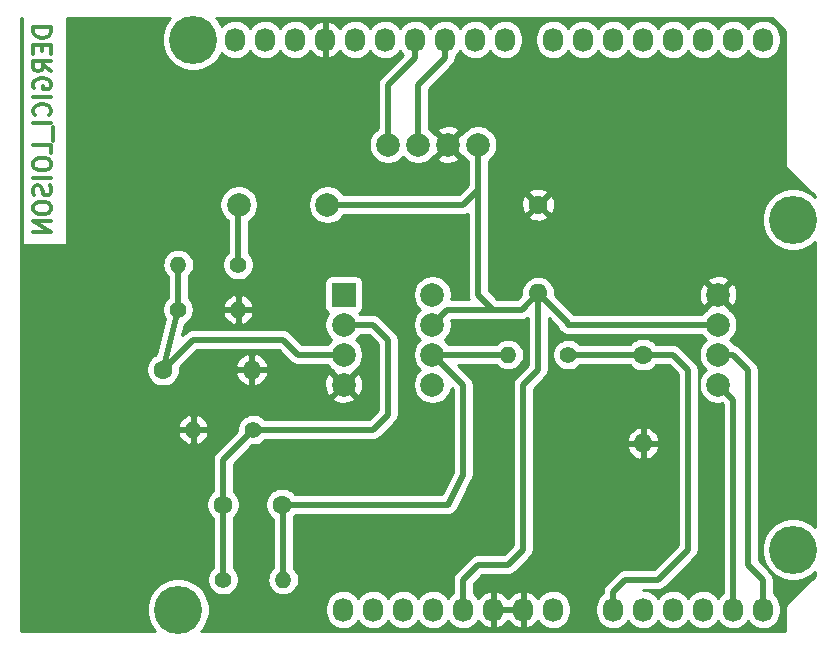
<source format=gbr>
G04 #@! TF.GenerationSoftware,KiCad,Pcbnew,(5.1.2)-2*
G04 #@! TF.CreationDate,2021-03-05T17:10:51+01:00*
G04 #@! TF.ProjectId,capteur,63617074-6575-4722-9e6b-696361645f70,rev?*
G04 #@! TF.SameCoordinates,Original*
G04 #@! TF.FileFunction,Copper,L2,Bot*
G04 #@! TF.FilePolarity,Positive*
%FSLAX46Y46*%
G04 Gerber Fmt 4.6, Leading zero omitted, Abs format (unit mm)*
G04 Created by KiCad (PCBNEW (5.1.2)-2) date 2021-03-05 17:10:51*
%MOMM*%
%LPD*%
G04 APERTURE LIST*
%ADD10C,0.300000*%
%ADD11C,2.000000*%
%ADD12O,1.727200X2.032000*%
%ADD13C,4.064000*%
%ADD14C,1.600000*%
%ADD15O,1.600000X1.600000*%
%ADD16C,1.400000*%
%ADD17O,1.400000X1.400000*%
%ADD18R,2.000000X2.000000*%
%ADD19C,0.500000*%
%ADD20C,0.254000*%
G04 APERTURE END LIST*
D10*
X114216571Y-74542142D02*
X112716571Y-74542142D01*
X112716571Y-74899285D01*
X112788000Y-75113571D01*
X112930857Y-75256428D01*
X113073714Y-75327857D01*
X113359428Y-75399285D01*
X113573714Y-75399285D01*
X113859428Y-75327857D01*
X114002285Y-75256428D01*
X114145142Y-75113571D01*
X114216571Y-74899285D01*
X114216571Y-74542142D01*
X113430857Y-76042142D02*
X113430857Y-76542142D01*
X114216571Y-76756428D02*
X114216571Y-76042142D01*
X112716571Y-76042142D01*
X112716571Y-76756428D01*
X114216571Y-78256428D02*
X113502285Y-77756428D01*
X114216571Y-77399285D02*
X112716571Y-77399285D01*
X112716571Y-77970714D01*
X112788000Y-78113571D01*
X112859428Y-78185000D01*
X113002285Y-78256428D01*
X113216571Y-78256428D01*
X113359428Y-78185000D01*
X113430857Y-78113571D01*
X113502285Y-77970714D01*
X113502285Y-77399285D01*
X112788000Y-79685000D02*
X112716571Y-79542142D01*
X112716571Y-79327857D01*
X112788000Y-79113571D01*
X112930857Y-78970714D01*
X113073714Y-78899285D01*
X113359428Y-78827857D01*
X113573714Y-78827857D01*
X113859428Y-78899285D01*
X114002285Y-78970714D01*
X114145142Y-79113571D01*
X114216571Y-79327857D01*
X114216571Y-79470714D01*
X114145142Y-79685000D01*
X114073714Y-79756428D01*
X113573714Y-79756428D01*
X113573714Y-79470714D01*
X114216571Y-80399285D02*
X112716571Y-80399285D01*
X114073714Y-81970714D02*
X114145142Y-81899285D01*
X114216571Y-81685000D01*
X114216571Y-81542142D01*
X114145142Y-81327857D01*
X114002285Y-81185000D01*
X113859428Y-81113571D01*
X113573714Y-81042142D01*
X113359428Y-81042142D01*
X113073714Y-81113571D01*
X112930857Y-81185000D01*
X112788000Y-81327857D01*
X112716571Y-81542142D01*
X112716571Y-81685000D01*
X112788000Y-81899285D01*
X112859428Y-81970714D01*
X114216571Y-82613571D02*
X112716571Y-82613571D01*
X114359428Y-82970714D02*
X114359428Y-84113571D01*
X114216571Y-85185000D02*
X114216571Y-84470714D01*
X112716571Y-84470714D01*
X112716571Y-85970714D02*
X112716571Y-86256428D01*
X112788000Y-86399285D01*
X112930857Y-86542142D01*
X113216571Y-86613571D01*
X113716571Y-86613571D01*
X114002285Y-86542142D01*
X114145142Y-86399285D01*
X114216571Y-86256428D01*
X114216571Y-85970714D01*
X114145142Y-85827857D01*
X114002285Y-85685000D01*
X113716571Y-85613571D01*
X113216571Y-85613571D01*
X112930857Y-85685000D01*
X112788000Y-85827857D01*
X112716571Y-85970714D01*
X114216571Y-87256428D02*
X112716571Y-87256428D01*
X114145142Y-87899285D02*
X114216571Y-88113571D01*
X114216571Y-88470714D01*
X114145142Y-88613571D01*
X114073714Y-88685000D01*
X113930857Y-88756428D01*
X113788000Y-88756428D01*
X113645142Y-88685000D01*
X113573714Y-88613571D01*
X113502285Y-88470714D01*
X113430857Y-88185000D01*
X113359428Y-88042142D01*
X113288000Y-87970714D01*
X113145142Y-87899285D01*
X113002285Y-87899285D01*
X112859428Y-87970714D01*
X112788000Y-88042142D01*
X112716571Y-88185000D01*
X112716571Y-88542142D01*
X112788000Y-88756428D01*
X112716571Y-89685000D02*
X112716571Y-89970714D01*
X112788000Y-90113571D01*
X112930857Y-90256428D01*
X113216571Y-90327857D01*
X113716571Y-90327857D01*
X114002285Y-90256428D01*
X114145142Y-90113571D01*
X114216571Y-89970714D01*
X114216571Y-89685000D01*
X114145142Y-89542142D01*
X114002285Y-89399285D01*
X113716571Y-89327857D01*
X113216571Y-89327857D01*
X112930857Y-89399285D01*
X112788000Y-89542142D01*
X112716571Y-89685000D01*
X114216571Y-90970714D02*
X112716571Y-90970714D01*
X114216571Y-91827857D01*
X112716571Y-91827857D01*
D11*
X142748000Y-84455000D03*
X145288000Y-84455000D03*
X147828000Y-84455000D03*
X150368000Y-84455000D03*
D12*
X138938000Y-123825000D03*
X141478000Y-123825000D03*
X144018000Y-123825000D03*
X146558000Y-123825000D03*
X149098000Y-123825000D03*
X151638000Y-123825000D03*
X154178000Y-123825000D03*
X156718000Y-123825000D03*
X161798000Y-123825000D03*
X164338000Y-123825000D03*
X166878000Y-123825000D03*
X169418000Y-123825000D03*
X171958000Y-123825000D03*
X174498000Y-123825000D03*
X129794000Y-75565000D03*
X132334000Y-75565000D03*
X134874000Y-75565000D03*
X137414000Y-75565000D03*
X139954000Y-75565000D03*
X142494000Y-75565000D03*
X145034000Y-75565000D03*
X147574000Y-75565000D03*
X150114000Y-75565000D03*
X152654000Y-75565000D03*
X156718000Y-75565000D03*
X159258000Y-75565000D03*
X161798000Y-75565000D03*
X164338000Y-75565000D03*
X166878000Y-75565000D03*
X169418000Y-75565000D03*
X171958000Y-75565000D03*
X174498000Y-75565000D03*
D13*
X124968000Y-123825000D03*
X177038000Y-118745000D03*
X126238000Y-75565000D03*
X177038000Y-90805000D03*
D14*
X123698000Y-103505000D03*
D15*
X131198000Y-103505000D03*
X164338000Y-109735000D03*
D14*
X164338000Y-102235000D03*
X155448000Y-89535000D03*
D15*
X155448000Y-97035000D03*
D14*
X128778000Y-114935000D03*
X133778000Y-114935000D03*
D16*
X124968000Y-98425000D03*
D17*
X130048000Y-98425000D03*
D16*
X131318000Y-108585000D03*
D17*
X126238000Y-108585000D03*
X133858000Y-121285000D03*
D16*
X128778000Y-121285000D03*
X130048000Y-94615000D03*
D17*
X124968000Y-94615000D03*
X152908000Y-102235000D03*
D16*
X157988000Y-102235000D03*
D11*
X137618000Y-89535000D03*
X130098000Y-89535000D03*
X146508000Y-97155000D03*
D18*
X138988000Y-97155000D03*
D11*
X146508000Y-99695000D03*
X138988000Y-99695000D03*
X146508000Y-102235000D03*
X138988000Y-102235000D03*
X146508000Y-104775000D03*
X138988000Y-104775000D03*
X170688000Y-97155000D03*
X170688000Y-99695000D03*
X170688000Y-102235000D03*
X170688000Y-104775000D03*
D19*
X146508000Y-99695000D02*
X147778000Y-98425000D01*
X154058000Y-98425000D02*
X155448000Y-97035000D01*
X137668000Y-89485000D02*
X137618000Y-89535000D01*
X150368000Y-84455000D02*
X150368000Y-88265000D01*
X149098000Y-89535000D02*
X137618000Y-89535000D01*
X150368000Y-88265000D02*
X149098000Y-89535000D01*
X147778000Y-98425000D02*
X149098000Y-98425000D01*
X149098000Y-98425000D02*
X154058000Y-98425000D01*
X150368000Y-97155000D02*
X151638000Y-98425000D01*
X150368000Y-90805000D02*
X150368000Y-97155000D01*
X149098000Y-123977400D02*
X149098000Y-123825000D01*
X150368000Y-120015000D02*
X149098000Y-121285000D01*
X154178000Y-118745000D02*
X152908000Y-120015000D01*
X149098000Y-121285000D02*
X149098000Y-123825000D01*
X152908000Y-120015000D02*
X150368000Y-120015000D01*
X155448000Y-103505000D02*
X154178000Y-104775000D01*
X155448000Y-102235000D02*
X155448000Y-103505000D01*
X154178000Y-104775000D02*
X154178000Y-118745000D01*
X170688000Y-99695000D02*
X157988000Y-99695000D01*
X155448000Y-97035000D02*
X155448000Y-103505000D01*
X157988000Y-99575000D02*
X155448000Y-97035000D01*
X157988000Y-99695000D02*
X157988000Y-99575000D01*
X150368000Y-90805000D02*
X150368000Y-88265000D01*
X135128000Y-102235000D02*
X133858000Y-100965000D01*
X138988000Y-102235000D02*
X135128000Y-102235000D01*
X126238000Y-100965000D02*
X123698000Y-103505000D01*
X133858000Y-100965000D02*
X126238000Y-100965000D01*
X124968000Y-98425000D02*
X124968000Y-94615000D01*
X124968000Y-98425000D02*
X123698000Y-103505000D01*
X165608000Y-121285000D02*
X162822000Y-121285000D01*
X168148000Y-118745000D02*
X165608000Y-121285000D01*
X168148000Y-103505000D02*
X168148000Y-118745000D01*
X161798000Y-122309000D02*
X161798000Y-123825000D01*
X162822000Y-121285000D02*
X161798000Y-122309000D01*
X157988000Y-102235000D02*
X164338000Y-102235000D01*
X164338000Y-102235000D02*
X166878000Y-102235000D01*
X166878000Y-102235000D02*
X168148000Y-103505000D01*
X128778000Y-114935000D02*
X128778000Y-111125000D01*
X128778000Y-111125000D02*
X131318000Y-108585000D01*
X141478000Y-108585000D02*
X131318000Y-108585000D01*
X142748000Y-100965000D02*
X142748000Y-107315000D01*
X141478000Y-99695000D02*
X142748000Y-100965000D01*
X138988000Y-99695000D02*
X141478000Y-99695000D01*
X142748000Y-107315000D02*
X141478000Y-108585000D01*
X128778000Y-114935000D02*
X128778000Y-121285000D01*
X146508000Y-102235000D02*
X152908000Y-102235000D01*
X133858000Y-121285000D02*
X133858000Y-115015000D01*
X149098000Y-112395000D02*
X149098000Y-104775000D01*
X147828000Y-114935000D02*
X149098000Y-112395000D01*
X133778000Y-114935000D02*
X147828000Y-114935000D01*
X149098000Y-104775000D02*
X146558000Y-102235000D01*
X170688000Y-104775000D02*
X171958000Y-106045000D01*
X171958000Y-106045000D02*
X171958000Y-123825000D01*
X174498000Y-123825000D02*
X174498000Y-121285000D01*
X174498000Y-121285000D02*
X173228000Y-120015000D01*
X173228000Y-120015000D02*
X173228000Y-103505000D01*
X173228000Y-103505000D02*
X171958000Y-102235000D01*
X171958000Y-102235000D02*
X170688000Y-102235000D01*
X145034000Y-75565000D02*
X145034000Y-75717400D01*
X142748000Y-84455000D02*
X142748000Y-79375000D01*
X145034000Y-77089000D02*
X145034000Y-75565000D01*
X142748000Y-79375000D02*
X145034000Y-77089000D01*
X147574000Y-77089000D02*
X147574000Y-75565000D01*
X145288000Y-84455000D02*
X145288000Y-79375000D01*
X145288000Y-79375000D02*
X147574000Y-77089000D01*
X130048000Y-94615000D02*
X130048000Y-89585000D01*
D20*
G36*
X111748000Y-92970000D02*
G01*
X115568000Y-92970000D01*
X115568000Y-89373967D01*
X128463000Y-89373967D01*
X128463000Y-89696033D01*
X128525832Y-90011912D01*
X128649082Y-90309463D01*
X128828013Y-90577252D01*
X129055748Y-90804987D01*
X129163001Y-90876651D01*
X129163000Y-93612025D01*
X129011038Y-93763987D01*
X128864939Y-93982641D01*
X128764304Y-94225595D01*
X128713000Y-94483514D01*
X128713000Y-94746486D01*
X128764304Y-95004405D01*
X128864939Y-95247359D01*
X129011038Y-95466013D01*
X129196987Y-95651962D01*
X129415641Y-95798061D01*
X129658595Y-95898696D01*
X129916514Y-95950000D01*
X130179486Y-95950000D01*
X130437405Y-95898696D01*
X130680359Y-95798061D01*
X130899013Y-95651962D01*
X131084962Y-95466013D01*
X131231061Y-95247359D01*
X131331696Y-95004405D01*
X131383000Y-94746486D01*
X131383000Y-94483514D01*
X131331696Y-94225595D01*
X131231061Y-93982641D01*
X131084962Y-93763987D01*
X130933000Y-93612025D01*
X130933000Y-90943468D01*
X131140252Y-90804987D01*
X131367987Y-90577252D01*
X131546918Y-90309463D01*
X131670168Y-90011912D01*
X131733000Y-89696033D01*
X131733000Y-89373967D01*
X131670168Y-89058088D01*
X131546918Y-88760537D01*
X131367987Y-88492748D01*
X131140252Y-88265013D01*
X130872463Y-88086082D01*
X130574912Y-87962832D01*
X130259033Y-87900000D01*
X129936967Y-87900000D01*
X129621088Y-87962832D01*
X129323537Y-88086082D01*
X129055748Y-88265013D01*
X128828013Y-88492748D01*
X128649082Y-88760537D01*
X128525832Y-89058088D01*
X128463000Y-89373967D01*
X115568000Y-89373967D01*
X115568000Y-73735000D01*
X124296293Y-73735000D01*
X124166406Y-73864887D01*
X123874536Y-74301702D01*
X123673492Y-74787065D01*
X123571000Y-75302323D01*
X123571000Y-75827677D01*
X123673492Y-76342935D01*
X123874536Y-76828298D01*
X124166406Y-77265113D01*
X124537887Y-77636594D01*
X124974702Y-77928464D01*
X125460065Y-78129508D01*
X125975323Y-78232000D01*
X126500677Y-78232000D01*
X127015935Y-78129508D01*
X127501298Y-77928464D01*
X127938113Y-77636594D01*
X128309594Y-77265113D01*
X128601464Y-76828298D01*
X128657001Y-76694219D01*
X128729203Y-76782197D01*
X128957395Y-76969469D01*
X129217737Y-77108625D01*
X129500224Y-77194316D01*
X129794000Y-77223251D01*
X130087777Y-77194316D01*
X130370264Y-77108625D01*
X130630606Y-76969469D01*
X130858797Y-76782197D01*
X131046069Y-76554006D01*
X131064000Y-76520459D01*
X131081931Y-76554006D01*
X131269203Y-76782197D01*
X131497395Y-76969469D01*
X131757737Y-77108625D01*
X132040224Y-77194316D01*
X132334000Y-77223251D01*
X132627777Y-77194316D01*
X132910264Y-77108625D01*
X133170606Y-76969469D01*
X133398797Y-76782197D01*
X133586069Y-76554006D01*
X133604000Y-76520459D01*
X133621931Y-76554006D01*
X133809203Y-76782197D01*
X134037395Y-76969469D01*
X134297737Y-77108625D01*
X134580224Y-77194316D01*
X134874000Y-77223251D01*
X135167777Y-77194316D01*
X135450264Y-77108625D01*
X135710606Y-76969469D01*
X135938797Y-76782197D01*
X136126069Y-76554006D01*
X136147424Y-76514053D01*
X136295514Y-76716729D01*
X136511965Y-76915733D01*
X136763081Y-77068686D01*
X137039211Y-77169709D01*
X137054974Y-77172358D01*
X137287000Y-77051217D01*
X137287000Y-75692000D01*
X137267000Y-75692000D01*
X137267000Y-75438000D01*
X137287000Y-75438000D01*
X137287000Y-74078783D01*
X137541000Y-74078783D01*
X137541000Y-75438000D01*
X137561000Y-75438000D01*
X137561000Y-75692000D01*
X137541000Y-75692000D01*
X137541000Y-77051217D01*
X137773026Y-77172358D01*
X137788789Y-77169709D01*
X138064919Y-77068686D01*
X138316035Y-76915733D01*
X138532486Y-76716729D01*
X138680576Y-76514053D01*
X138701931Y-76554006D01*
X138889203Y-76782197D01*
X139117395Y-76969469D01*
X139377737Y-77108625D01*
X139660224Y-77194316D01*
X139954000Y-77223251D01*
X140247777Y-77194316D01*
X140530264Y-77108625D01*
X140790606Y-76969469D01*
X141018797Y-76782197D01*
X141206069Y-76554006D01*
X141224000Y-76520459D01*
X141241931Y-76554006D01*
X141429203Y-76782197D01*
X141657395Y-76969469D01*
X141917737Y-77108625D01*
X142200224Y-77194316D01*
X142494000Y-77223251D01*
X142787777Y-77194316D01*
X143070264Y-77108625D01*
X143330606Y-76969469D01*
X143558797Y-76782197D01*
X143746069Y-76554006D01*
X143764000Y-76520459D01*
X143781931Y-76554006D01*
X143969203Y-76782197D01*
X144035124Y-76836297D01*
X142152951Y-78718471D01*
X142119184Y-78746183D01*
X142091471Y-78779951D01*
X142091468Y-78779954D01*
X142008590Y-78880941D01*
X141926412Y-79034687D01*
X141875805Y-79201510D01*
X141858719Y-79375000D01*
X141863001Y-79418479D01*
X141863000Y-83079940D01*
X141705748Y-83185013D01*
X141478013Y-83412748D01*
X141299082Y-83680537D01*
X141175832Y-83978088D01*
X141113000Y-84293967D01*
X141113000Y-84616033D01*
X141175832Y-84931912D01*
X141299082Y-85229463D01*
X141478013Y-85497252D01*
X141705748Y-85724987D01*
X141973537Y-85903918D01*
X142271088Y-86027168D01*
X142586967Y-86090000D01*
X142909033Y-86090000D01*
X143224912Y-86027168D01*
X143522463Y-85903918D01*
X143790252Y-85724987D01*
X144017987Y-85497252D01*
X144018000Y-85497233D01*
X144018013Y-85497252D01*
X144245748Y-85724987D01*
X144513537Y-85903918D01*
X144811088Y-86027168D01*
X145126967Y-86090000D01*
X145449033Y-86090000D01*
X145764912Y-86027168D01*
X146062463Y-85903918D01*
X146330252Y-85724987D01*
X146464826Y-85590413D01*
X146872192Y-85590413D01*
X146967956Y-85854814D01*
X147257571Y-85995704D01*
X147569108Y-86077384D01*
X147890595Y-86096718D01*
X148209675Y-86052961D01*
X148514088Y-85947795D01*
X148688044Y-85854814D01*
X148783808Y-85590413D01*
X147828000Y-84634605D01*
X146872192Y-85590413D01*
X146464826Y-85590413D01*
X146557987Y-85497252D01*
X146630720Y-85388400D01*
X146692587Y-85410808D01*
X147648395Y-84455000D01*
X146692587Y-83499192D01*
X146630720Y-83521600D01*
X146557987Y-83412748D01*
X146464826Y-83319587D01*
X146872192Y-83319587D01*
X147828000Y-84275395D01*
X148783808Y-83319587D01*
X148688044Y-83055186D01*
X148398429Y-82914296D01*
X148086892Y-82832616D01*
X147765405Y-82813282D01*
X147446325Y-82857039D01*
X147141912Y-82962205D01*
X146967956Y-83055186D01*
X146872192Y-83319587D01*
X146464826Y-83319587D01*
X146330252Y-83185013D01*
X146173000Y-83079941D01*
X146173000Y-79741578D01*
X148169050Y-77745529D01*
X148202817Y-77717817D01*
X148313411Y-77583059D01*
X148395589Y-77429313D01*
X148446195Y-77262490D01*
X148459000Y-77132477D01*
X148459000Y-77132467D01*
X148463281Y-77089001D01*
X148459000Y-77045535D01*
X148459000Y-76929753D01*
X148638797Y-76782197D01*
X148826069Y-76554006D01*
X148844000Y-76520459D01*
X148861931Y-76554006D01*
X149049203Y-76782197D01*
X149277395Y-76969469D01*
X149537737Y-77108625D01*
X149820224Y-77194316D01*
X150114000Y-77223251D01*
X150407777Y-77194316D01*
X150690264Y-77108625D01*
X150950606Y-76969469D01*
X151178797Y-76782197D01*
X151366069Y-76554006D01*
X151384000Y-76520459D01*
X151401931Y-76554006D01*
X151589203Y-76782197D01*
X151817395Y-76969469D01*
X152077737Y-77108625D01*
X152360224Y-77194316D01*
X152654000Y-77223251D01*
X152947777Y-77194316D01*
X153230264Y-77108625D01*
X153490606Y-76969469D01*
X153718797Y-76782197D01*
X153906069Y-76554006D01*
X154045225Y-76293663D01*
X154130916Y-76011176D01*
X154152600Y-75791018D01*
X154152600Y-75338982D01*
X155219400Y-75338982D01*
X155219400Y-75791019D01*
X155241084Y-76011177D01*
X155326775Y-76293664D01*
X155465931Y-76554006D01*
X155653203Y-76782197D01*
X155881395Y-76969469D01*
X156141737Y-77108625D01*
X156424224Y-77194316D01*
X156718000Y-77223251D01*
X157011777Y-77194316D01*
X157294264Y-77108625D01*
X157554606Y-76969469D01*
X157782797Y-76782197D01*
X157970069Y-76554006D01*
X157988000Y-76520459D01*
X158005931Y-76554006D01*
X158193203Y-76782197D01*
X158421395Y-76969469D01*
X158681737Y-77108625D01*
X158964224Y-77194316D01*
X159258000Y-77223251D01*
X159551777Y-77194316D01*
X159834264Y-77108625D01*
X160094606Y-76969469D01*
X160322797Y-76782197D01*
X160510069Y-76554006D01*
X160528000Y-76520459D01*
X160545931Y-76554006D01*
X160733203Y-76782197D01*
X160961395Y-76969469D01*
X161221737Y-77108625D01*
X161504224Y-77194316D01*
X161798000Y-77223251D01*
X162091777Y-77194316D01*
X162374264Y-77108625D01*
X162634606Y-76969469D01*
X162862797Y-76782197D01*
X163050069Y-76554006D01*
X163068000Y-76520459D01*
X163085931Y-76554006D01*
X163273203Y-76782197D01*
X163501395Y-76969469D01*
X163761737Y-77108625D01*
X164044224Y-77194316D01*
X164338000Y-77223251D01*
X164631777Y-77194316D01*
X164914264Y-77108625D01*
X165174606Y-76969469D01*
X165402797Y-76782197D01*
X165590069Y-76554006D01*
X165608000Y-76520459D01*
X165625931Y-76554006D01*
X165813203Y-76782197D01*
X166041395Y-76969469D01*
X166301737Y-77108625D01*
X166584224Y-77194316D01*
X166878000Y-77223251D01*
X167171777Y-77194316D01*
X167454264Y-77108625D01*
X167714606Y-76969469D01*
X167942797Y-76782197D01*
X168130069Y-76554006D01*
X168148000Y-76520459D01*
X168165931Y-76554006D01*
X168353203Y-76782197D01*
X168581395Y-76969469D01*
X168841737Y-77108625D01*
X169124224Y-77194316D01*
X169418000Y-77223251D01*
X169711777Y-77194316D01*
X169994264Y-77108625D01*
X170254606Y-76969469D01*
X170482797Y-76782197D01*
X170670069Y-76554006D01*
X170688000Y-76520459D01*
X170705931Y-76554006D01*
X170893203Y-76782197D01*
X171121395Y-76969469D01*
X171381737Y-77108625D01*
X171664224Y-77194316D01*
X171958000Y-77223251D01*
X172251777Y-77194316D01*
X172534264Y-77108625D01*
X172794606Y-76969469D01*
X173022797Y-76782197D01*
X173210069Y-76554006D01*
X173228000Y-76520459D01*
X173245931Y-76554006D01*
X173433203Y-76782197D01*
X173661395Y-76969469D01*
X173921737Y-77108625D01*
X174204224Y-77194316D01*
X174498000Y-77223251D01*
X174791777Y-77194316D01*
X175074264Y-77108625D01*
X175334606Y-76969469D01*
X175562797Y-76782197D01*
X175750069Y-76554006D01*
X175889225Y-76293663D01*
X175974916Y-76011176D01*
X175996600Y-75791018D01*
X175996600Y-75338981D01*
X175974916Y-75118823D01*
X175889225Y-74836336D01*
X175750069Y-74575994D01*
X175562797Y-74347803D01*
X175334605Y-74160531D01*
X175074263Y-74021375D01*
X174791776Y-73935684D01*
X174498000Y-73906749D01*
X174204223Y-73935684D01*
X173921736Y-74021375D01*
X173661394Y-74160531D01*
X173433203Y-74347803D01*
X173245931Y-74575995D01*
X173228000Y-74609541D01*
X173210069Y-74575994D01*
X173022797Y-74347803D01*
X172794605Y-74160531D01*
X172534263Y-74021375D01*
X172251776Y-73935684D01*
X171958000Y-73906749D01*
X171664223Y-73935684D01*
X171381736Y-74021375D01*
X171121394Y-74160531D01*
X170893203Y-74347803D01*
X170705931Y-74575995D01*
X170688000Y-74609541D01*
X170670069Y-74575994D01*
X170482797Y-74347803D01*
X170254605Y-74160531D01*
X169994263Y-74021375D01*
X169711776Y-73935684D01*
X169418000Y-73906749D01*
X169124223Y-73935684D01*
X168841736Y-74021375D01*
X168581394Y-74160531D01*
X168353203Y-74347803D01*
X168165931Y-74575995D01*
X168148000Y-74609541D01*
X168130069Y-74575994D01*
X167942797Y-74347803D01*
X167714605Y-74160531D01*
X167454263Y-74021375D01*
X167171776Y-73935684D01*
X166878000Y-73906749D01*
X166584223Y-73935684D01*
X166301736Y-74021375D01*
X166041394Y-74160531D01*
X165813203Y-74347803D01*
X165625931Y-74575995D01*
X165608000Y-74609541D01*
X165590069Y-74575994D01*
X165402797Y-74347803D01*
X165174605Y-74160531D01*
X164914263Y-74021375D01*
X164631776Y-73935684D01*
X164338000Y-73906749D01*
X164044223Y-73935684D01*
X163761736Y-74021375D01*
X163501394Y-74160531D01*
X163273203Y-74347803D01*
X163085931Y-74575995D01*
X163068000Y-74609541D01*
X163050069Y-74575994D01*
X162862797Y-74347803D01*
X162634605Y-74160531D01*
X162374263Y-74021375D01*
X162091776Y-73935684D01*
X161798000Y-73906749D01*
X161504223Y-73935684D01*
X161221736Y-74021375D01*
X160961394Y-74160531D01*
X160733203Y-74347803D01*
X160545931Y-74575995D01*
X160528000Y-74609541D01*
X160510069Y-74575994D01*
X160322797Y-74347803D01*
X160094605Y-74160531D01*
X159834263Y-74021375D01*
X159551776Y-73935684D01*
X159258000Y-73906749D01*
X158964223Y-73935684D01*
X158681736Y-74021375D01*
X158421394Y-74160531D01*
X158193203Y-74347803D01*
X158005931Y-74575995D01*
X157988000Y-74609541D01*
X157970069Y-74575994D01*
X157782797Y-74347803D01*
X157554605Y-74160531D01*
X157294263Y-74021375D01*
X157011776Y-73935684D01*
X156718000Y-73906749D01*
X156424223Y-73935684D01*
X156141736Y-74021375D01*
X155881394Y-74160531D01*
X155653203Y-74347803D01*
X155465931Y-74575995D01*
X155326775Y-74836337D01*
X155241084Y-75118824D01*
X155219400Y-75338982D01*
X154152600Y-75338982D01*
X154152600Y-75338981D01*
X154130916Y-75118823D01*
X154045225Y-74836336D01*
X153906069Y-74575994D01*
X153718797Y-74347803D01*
X153490605Y-74160531D01*
X153230263Y-74021375D01*
X152947776Y-73935684D01*
X152654000Y-73906749D01*
X152360223Y-73935684D01*
X152077736Y-74021375D01*
X151817394Y-74160531D01*
X151589203Y-74347803D01*
X151401931Y-74575995D01*
X151384000Y-74609541D01*
X151366069Y-74575994D01*
X151178797Y-74347803D01*
X150950605Y-74160531D01*
X150690263Y-74021375D01*
X150407776Y-73935684D01*
X150114000Y-73906749D01*
X149820223Y-73935684D01*
X149537736Y-74021375D01*
X149277394Y-74160531D01*
X149049203Y-74347803D01*
X148861931Y-74575995D01*
X148844000Y-74609541D01*
X148826069Y-74575994D01*
X148638797Y-74347803D01*
X148410605Y-74160531D01*
X148150263Y-74021375D01*
X147867776Y-73935684D01*
X147574000Y-73906749D01*
X147280223Y-73935684D01*
X146997736Y-74021375D01*
X146737394Y-74160531D01*
X146509203Y-74347803D01*
X146321931Y-74575995D01*
X146304000Y-74609541D01*
X146286069Y-74575994D01*
X146098797Y-74347803D01*
X145870605Y-74160531D01*
X145610263Y-74021375D01*
X145327776Y-73935684D01*
X145034000Y-73906749D01*
X144740223Y-73935684D01*
X144457736Y-74021375D01*
X144197394Y-74160531D01*
X143969203Y-74347803D01*
X143781931Y-74575995D01*
X143764000Y-74609541D01*
X143746069Y-74575994D01*
X143558797Y-74347803D01*
X143330605Y-74160531D01*
X143070263Y-74021375D01*
X142787776Y-73935684D01*
X142494000Y-73906749D01*
X142200223Y-73935684D01*
X141917736Y-74021375D01*
X141657394Y-74160531D01*
X141429203Y-74347803D01*
X141241931Y-74575995D01*
X141224000Y-74609541D01*
X141206069Y-74575994D01*
X141018797Y-74347803D01*
X140790605Y-74160531D01*
X140530263Y-74021375D01*
X140247776Y-73935684D01*
X139954000Y-73906749D01*
X139660223Y-73935684D01*
X139377736Y-74021375D01*
X139117394Y-74160531D01*
X138889203Y-74347803D01*
X138701931Y-74575995D01*
X138680576Y-74615947D01*
X138532486Y-74413271D01*
X138316035Y-74214267D01*
X138064919Y-74061314D01*
X137788789Y-73960291D01*
X137773026Y-73957642D01*
X137541000Y-74078783D01*
X137287000Y-74078783D01*
X137054974Y-73957642D01*
X137039211Y-73960291D01*
X136763081Y-74061314D01*
X136511965Y-74214267D01*
X136295514Y-74413271D01*
X136147424Y-74615947D01*
X136126069Y-74575994D01*
X135938797Y-74347803D01*
X135710605Y-74160531D01*
X135450263Y-74021375D01*
X135167776Y-73935684D01*
X134874000Y-73906749D01*
X134580223Y-73935684D01*
X134297736Y-74021375D01*
X134037394Y-74160531D01*
X133809203Y-74347803D01*
X133621931Y-74575995D01*
X133604000Y-74609541D01*
X133586069Y-74575994D01*
X133398797Y-74347803D01*
X133170605Y-74160531D01*
X132910263Y-74021375D01*
X132627776Y-73935684D01*
X132334000Y-73906749D01*
X132040223Y-73935684D01*
X131757736Y-74021375D01*
X131497394Y-74160531D01*
X131269203Y-74347803D01*
X131081931Y-74575995D01*
X131064000Y-74609541D01*
X131046069Y-74575994D01*
X130858797Y-74347803D01*
X130630605Y-74160531D01*
X130370263Y-74021375D01*
X130087776Y-73935684D01*
X129794000Y-73906749D01*
X129500223Y-73935684D01*
X129217736Y-74021375D01*
X128957394Y-74160531D01*
X128729203Y-74347803D01*
X128657001Y-74435781D01*
X128601464Y-74301702D01*
X128309594Y-73864887D01*
X128179707Y-73735000D01*
X175219909Y-73735000D01*
X176328001Y-74843093D01*
X176328000Y-85944125D01*
X176324565Y-85979000D01*
X176328000Y-86013875D01*
X176328000Y-86013876D01*
X176338273Y-86118183D01*
X176378872Y-86252019D01*
X176444800Y-86375362D01*
X176533525Y-86483474D01*
X176560617Y-86505708D01*
X178868001Y-88813093D01*
X178868001Y-88863294D01*
X178738113Y-88733406D01*
X178301298Y-88441536D01*
X177815935Y-88240492D01*
X177300677Y-88138000D01*
X176775323Y-88138000D01*
X176260065Y-88240492D01*
X175774702Y-88441536D01*
X175337887Y-88733406D01*
X174966406Y-89104887D01*
X174674536Y-89541702D01*
X174473492Y-90027065D01*
X174371000Y-90542323D01*
X174371000Y-91067677D01*
X174473492Y-91582935D01*
X174674536Y-92068298D01*
X174966406Y-92505113D01*
X175337887Y-92876594D01*
X175774702Y-93168464D01*
X176260065Y-93369508D01*
X176775323Y-93472000D01*
X177300677Y-93472000D01*
X177815935Y-93369508D01*
X178301298Y-93168464D01*
X178738113Y-92876594D01*
X178868001Y-92746706D01*
X178868000Y-116803293D01*
X178738113Y-116673406D01*
X178301298Y-116381536D01*
X177815935Y-116180492D01*
X177300677Y-116078000D01*
X176775323Y-116078000D01*
X176260065Y-116180492D01*
X175774702Y-116381536D01*
X175337887Y-116673406D01*
X174966406Y-117044887D01*
X174674536Y-117481702D01*
X174473492Y-117967065D01*
X174371000Y-118482323D01*
X174371000Y-119007677D01*
X174473492Y-119522935D01*
X174674536Y-120008298D01*
X174966406Y-120445113D01*
X175337887Y-120816594D01*
X175774702Y-121108464D01*
X176260065Y-121309508D01*
X176775323Y-121412000D01*
X177300677Y-121412000D01*
X177815935Y-121309508D01*
X178301298Y-121108464D01*
X178738113Y-120816594D01*
X178868000Y-120686707D01*
X178868000Y-120990908D01*
X176560617Y-123298292D01*
X176533526Y-123320525D01*
X176511293Y-123347616D01*
X176444801Y-123428637D01*
X176378872Y-123551981D01*
X176338274Y-123685816D01*
X176324565Y-123825000D01*
X176328001Y-123859885D01*
X176328000Y-125655000D01*
X126909707Y-125655000D01*
X127039594Y-125525113D01*
X127331464Y-125088298D01*
X127532508Y-124602935D01*
X127635000Y-124087677D01*
X127635000Y-123562323D01*
X127532508Y-123047065D01*
X127331464Y-122561702D01*
X127039594Y-122124887D01*
X126668113Y-121753406D01*
X126231298Y-121461536D01*
X125745935Y-121260492D01*
X125230677Y-121158000D01*
X124705323Y-121158000D01*
X124190065Y-121260492D01*
X123704702Y-121461536D01*
X123267887Y-121753406D01*
X122896406Y-122124887D01*
X122604536Y-122561702D01*
X122403492Y-123047065D01*
X122301000Y-123562323D01*
X122301000Y-124087677D01*
X122403492Y-124602935D01*
X122604536Y-125088298D01*
X122896406Y-125525113D01*
X123026293Y-125655000D01*
X111708000Y-125655000D01*
X111708000Y-108918329D01*
X124945284Y-108918329D01*
X124977953Y-109026044D01*
X125088208Y-109263392D01*
X125242649Y-109474670D01*
X125435340Y-109651759D01*
X125658877Y-109787853D01*
X125904670Y-109877722D01*
X126111000Y-109755201D01*
X126111000Y-108712000D01*
X126365000Y-108712000D01*
X126365000Y-109755201D01*
X126571330Y-109877722D01*
X126817123Y-109787853D01*
X127040660Y-109651759D01*
X127233351Y-109474670D01*
X127387792Y-109263392D01*
X127498047Y-109026044D01*
X127530716Y-108918329D01*
X127407374Y-108712000D01*
X126365000Y-108712000D01*
X126111000Y-108712000D01*
X125068626Y-108712000D01*
X124945284Y-108918329D01*
X111708000Y-108918329D01*
X111708000Y-108251671D01*
X124945284Y-108251671D01*
X125068626Y-108458000D01*
X126111000Y-108458000D01*
X126111000Y-107414799D01*
X126365000Y-107414799D01*
X126365000Y-108458000D01*
X127407374Y-108458000D01*
X127530716Y-108251671D01*
X127498047Y-108143956D01*
X127387792Y-107906608D01*
X127233351Y-107695330D01*
X127040660Y-107518241D01*
X126817123Y-107382147D01*
X126571330Y-107292278D01*
X126365000Y-107414799D01*
X126111000Y-107414799D01*
X125904670Y-107292278D01*
X125658877Y-107382147D01*
X125435340Y-107518241D01*
X125242649Y-107695330D01*
X125088208Y-107906608D01*
X124977953Y-108143956D01*
X124945284Y-108251671D01*
X111708000Y-108251671D01*
X111708000Y-105910413D01*
X138032192Y-105910413D01*
X138127956Y-106174814D01*
X138417571Y-106315704D01*
X138729108Y-106397384D01*
X139050595Y-106416718D01*
X139369675Y-106372961D01*
X139674088Y-106267795D01*
X139848044Y-106174814D01*
X139943808Y-105910413D01*
X138988000Y-104954605D01*
X138032192Y-105910413D01*
X111708000Y-105910413D01*
X111708000Y-103363665D01*
X122263000Y-103363665D01*
X122263000Y-103646335D01*
X122318147Y-103923574D01*
X122426320Y-104184727D01*
X122583363Y-104419759D01*
X122783241Y-104619637D01*
X123018273Y-104776680D01*
X123279426Y-104884853D01*
X123556665Y-104940000D01*
X123839335Y-104940000D01*
X124116574Y-104884853D01*
X124377727Y-104776680D01*
X124612759Y-104619637D01*
X124812637Y-104419759D01*
X124969680Y-104184727D01*
X125077853Y-103923574D01*
X125091684Y-103854039D01*
X129806096Y-103854039D01*
X129846754Y-103988087D01*
X129966963Y-104242420D01*
X130134481Y-104468414D01*
X130342869Y-104657385D01*
X130584119Y-104802070D01*
X130848960Y-104896909D01*
X131071000Y-104775624D01*
X131071000Y-103632000D01*
X131325000Y-103632000D01*
X131325000Y-104775624D01*
X131547040Y-104896909D01*
X131712676Y-104837595D01*
X137346282Y-104837595D01*
X137390039Y-105156675D01*
X137495205Y-105461088D01*
X137588186Y-105635044D01*
X137852587Y-105730808D01*
X138808395Y-104775000D01*
X139167605Y-104775000D01*
X140123413Y-105730808D01*
X140387814Y-105635044D01*
X140528704Y-105345429D01*
X140610384Y-105033892D01*
X140629718Y-104712405D01*
X140585961Y-104393325D01*
X140480795Y-104088912D01*
X140387814Y-103914956D01*
X140123413Y-103819192D01*
X139167605Y-104775000D01*
X138808395Y-104775000D01*
X137852587Y-103819192D01*
X137588186Y-103914956D01*
X137447296Y-104204571D01*
X137365616Y-104516108D01*
X137346282Y-104837595D01*
X131712676Y-104837595D01*
X131811881Y-104802070D01*
X132053131Y-104657385D01*
X132261519Y-104468414D01*
X132429037Y-104242420D01*
X132549246Y-103988087D01*
X132589904Y-103854039D01*
X132467915Y-103632000D01*
X131325000Y-103632000D01*
X131071000Y-103632000D01*
X129928085Y-103632000D01*
X129806096Y-103854039D01*
X125091684Y-103854039D01*
X125133000Y-103646335D01*
X125133000Y-103363665D01*
X125126017Y-103328561D01*
X125298617Y-103155961D01*
X129806096Y-103155961D01*
X129928085Y-103378000D01*
X131071000Y-103378000D01*
X131071000Y-102234376D01*
X131325000Y-102234376D01*
X131325000Y-103378000D01*
X132467915Y-103378000D01*
X132589904Y-103155961D01*
X132549246Y-103021913D01*
X132429037Y-102767580D01*
X132261519Y-102541586D01*
X132053131Y-102352615D01*
X131811881Y-102207930D01*
X131547040Y-102113091D01*
X131325000Y-102234376D01*
X131071000Y-102234376D01*
X130848960Y-102113091D01*
X130584119Y-102207930D01*
X130342869Y-102352615D01*
X130134481Y-102541586D01*
X129966963Y-102767580D01*
X129846754Y-103021913D01*
X129806096Y-103155961D01*
X125298617Y-103155961D01*
X126604579Y-101850000D01*
X133491422Y-101850000D01*
X134471470Y-102830049D01*
X134499183Y-102863817D01*
X134532951Y-102891530D01*
X134532953Y-102891532D01*
X134561216Y-102914727D01*
X134633941Y-102974411D01*
X134787687Y-103056589D01*
X134954510Y-103107195D01*
X135084523Y-103120000D01*
X135084533Y-103120000D01*
X135127999Y-103124281D01*
X135171465Y-103120000D01*
X137612941Y-103120000D01*
X137718013Y-103277252D01*
X137945748Y-103504987D01*
X138054600Y-103577720D01*
X138032192Y-103639587D01*
X138988000Y-104595395D01*
X139943808Y-103639587D01*
X139921400Y-103577720D01*
X140030252Y-103504987D01*
X140257987Y-103277252D01*
X140436918Y-103009463D01*
X140560168Y-102711912D01*
X140623000Y-102396033D01*
X140623000Y-102073967D01*
X140560168Y-101758088D01*
X140436918Y-101460537D01*
X140257987Y-101192748D01*
X140030252Y-100965013D01*
X140030233Y-100965000D01*
X140030252Y-100964987D01*
X140257987Y-100737252D01*
X140363059Y-100580000D01*
X141111422Y-100580000D01*
X141863000Y-101331579D01*
X141863001Y-106948420D01*
X141111422Y-107700000D01*
X132320975Y-107700000D01*
X132169013Y-107548038D01*
X131950359Y-107401939D01*
X131707405Y-107301304D01*
X131449486Y-107250000D01*
X131186514Y-107250000D01*
X130928595Y-107301304D01*
X130685641Y-107401939D01*
X130466987Y-107548038D01*
X130281038Y-107733987D01*
X130134939Y-107952641D01*
X130034304Y-108195595D01*
X129983000Y-108453514D01*
X129983000Y-108668421D01*
X128182951Y-110468471D01*
X128149184Y-110496183D01*
X128121471Y-110529951D01*
X128121468Y-110529954D01*
X128038590Y-110630941D01*
X127956412Y-110784687D01*
X127905805Y-110951510D01*
X127888719Y-111125000D01*
X127893001Y-111168479D01*
X127893000Y-113800479D01*
X127863241Y-113820363D01*
X127663363Y-114020241D01*
X127506320Y-114255273D01*
X127398147Y-114516426D01*
X127343000Y-114793665D01*
X127343000Y-115076335D01*
X127398147Y-115353574D01*
X127506320Y-115614727D01*
X127663363Y-115849759D01*
X127863241Y-116049637D01*
X127893000Y-116069521D01*
X127893001Y-120282024D01*
X127741038Y-120433987D01*
X127594939Y-120652641D01*
X127494304Y-120895595D01*
X127443000Y-121153514D01*
X127443000Y-121416486D01*
X127494304Y-121674405D01*
X127594939Y-121917359D01*
X127741038Y-122136013D01*
X127926987Y-122321962D01*
X128145641Y-122468061D01*
X128388595Y-122568696D01*
X128646514Y-122620000D01*
X128909486Y-122620000D01*
X129167405Y-122568696D01*
X129410359Y-122468061D01*
X129629013Y-122321962D01*
X129814962Y-122136013D01*
X129961061Y-121917359D01*
X130061696Y-121674405D01*
X130113000Y-121416486D01*
X130113000Y-121153514D01*
X130061696Y-120895595D01*
X129961061Y-120652641D01*
X129814962Y-120433987D01*
X129663000Y-120282025D01*
X129663000Y-116069521D01*
X129692759Y-116049637D01*
X129892637Y-115849759D01*
X130049680Y-115614727D01*
X130157853Y-115353574D01*
X130213000Y-115076335D01*
X130213000Y-114793665D01*
X132343000Y-114793665D01*
X132343000Y-115076335D01*
X132398147Y-115353574D01*
X132506320Y-115614727D01*
X132663363Y-115849759D01*
X132863241Y-116049637D01*
X132973001Y-116122976D01*
X132973000Y-120284287D01*
X132909445Y-120336445D01*
X132742618Y-120539725D01*
X132618653Y-120771646D01*
X132542317Y-121023294D01*
X132516541Y-121285000D01*
X132542317Y-121546706D01*
X132618653Y-121798354D01*
X132742618Y-122030275D01*
X132909445Y-122233555D01*
X133112725Y-122400382D01*
X133344646Y-122524347D01*
X133596294Y-122600683D01*
X133792421Y-122620000D01*
X133923579Y-122620000D01*
X134119706Y-122600683D01*
X134371354Y-122524347D01*
X134603275Y-122400382D01*
X134806555Y-122233555D01*
X134973382Y-122030275D01*
X135097347Y-121798354D01*
X135173683Y-121546706D01*
X135199459Y-121285000D01*
X135173683Y-121023294D01*
X135097347Y-120771646D01*
X134973382Y-120539725D01*
X134806555Y-120336445D01*
X134743000Y-120284287D01*
X134743000Y-115999396D01*
X134892637Y-115849759D01*
X134912521Y-115820000D01*
X147752989Y-115820000D01*
X147764960Y-115822044D01*
X147840028Y-115820000D01*
X147871477Y-115820000D01*
X147883493Y-115818816D01*
X147939225Y-115817299D01*
X147970037Y-115810293D01*
X148001490Y-115807195D01*
X148054856Y-115791006D01*
X148109215Y-115778646D01*
X148138068Y-115765764D01*
X148168313Y-115756589D01*
X148217489Y-115730304D01*
X148268399Y-115707574D01*
X148294183Y-115689311D01*
X148322059Y-115674411D01*
X148365176Y-115639026D01*
X148410658Y-115606810D01*
X148432380Y-115583872D01*
X148456817Y-115563817D01*
X148492198Y-115520706D01*
X148530527Y-115480231D01*
X148547359Y-115453493D01*
X148567411Y-115429059D01*
X148593697Y-115379881D01*
X148600124Y-115369671D01*
X148614177Y-115341564D01*
X148649589Y-115275313D01*
X148653115Y-115263688D01*
X149884185Y-112801550D01*
X149919589Y-112735313D01*
X149935774Y-112681958D01*
X149955701Y-112629884D01*
X149961019Y-112598739D01*
X149970195Y-112568490D01*
X149975662Y-112512981D01*
X149985043Y-112458041D01*
X149983000Y-112382994D01*
X149983000Y-104818465D01*
X149987281Y-104774999D01*
X149983000Y-104731533D01*
X149983000Y-104731523D01*
X149970195Y-104601510D01*
X149919589Y-104434687D01*
X149837411Y-104280941D01*
X149758450Y-104184727D01*
X149754532Y-104179953D01*
X149754530Y-104179951D01*
X149726817Y-104146183D01*
X149693049Y-104118470D01*
X148694579Y-103120000D01*
X151907287Y-103120000D01*
X151959445Y-103183555D01*
X152162725Y-103350382D01*
X152394646Y-103474347D01*
X152646294Y-103550683D01*
X152842421Y-103570000D01*
X152973579Y-103570000D01*
X153169706Y-103550683D01*
X153421354Y-103474347D01*
X153653275Y-103350382D01*
X153856555Y-103183555D01*
X154023382Y-102980275D01*
X154147347Y-102748354D01*
X154223683Y-102496706D01*
X154249459Y-102235000D01*
X154223683Y-101973294D01*
X154147347Y-101721646D01*
X154023382Y-101489725D01*
X153856555Y-101286445D01*
X153653275Y-101119618D01*
X153421354Y-100995653D01*
X153169706Y-100919317D01*
X152973579Y-100900000D01*
X152842421Y-100900000D01*
X152646294Y-100919317D01*
X152394646Y-100995653D01*
X152162725Y-101119618D01*
X151959445Y-101286445D01*
X151907287Y-101350000D01*
X147883059Y-101350000D01*
X147777987Y-101192748D01*
X147550252Y-100965013D01*
X147550233Y-100965000D01*
X147550252Y-100964987D01*
X147777987Y-100737252D01*
X147956918Y-100469463D01*
X148080168Y-100171912D01*
X148143000Y-99856033D01*
X148143000Y-99533967D01*
X148106104Y-99348475D01*
X148144579Y-99310000D01*
X151594533Y-99310000D01*
X151637999Y-99314281D01*
X151681465Y-99310000D01*
X154014531Y-99310000D01*
X154058000Y-99314281D01*
X154101469Y-99310000D01*
X154101477Y-99310000D01*
X154231490Y-99297195D01*
X154398313Y-99246589D01*
X154552059Y-99164411D01*
X154563000Y-99155432D01*
X154563001Y-102191516D01*
X154563000Y-102191524D01*
X154563001Y-103138421D01*
X153582956Y-104118466D01*
X153549183Y-104146183D01*
X153438589Y-104280942D01*
X153356411Y-104434688D01*
X153331712Y-104516108D01*
X153305806Y-104601509D01*
X153305805Y-104601511D01*
X153293000Y-104731524D01*
X153293000Y-104731531D01*
X153288719Y-104775000D01*
X153293000Y-104818469D01*
X153293001Y-118378420D01*
X152541422Y-119130000D01*
X150411465Y-119130000D01*
X150367999Y-119125719D01*
X150324533Y-119130000D01*
X150324523Y-119130000D01*
X150194510Y-119142805D01*
X150027687Y-119193411D01*
X149873941Y-119275589D01*
X149873939Y-119275590D01*
X149873940Y-119275590D01*
X149772953Y-119358468D01*
X149772951Y-119358470D01*
X149739183Y-119386183D01*
X149711470Y-119419951D01*
X148502956Y-120628466D01*
X148469183Y-120656183D01*
X148358589Y-120790942D01*
X148276411Y-120944688D01*
X148255998Y-121011981D01*
X148225806Y-121111509D01*
X148225805Y-121111511D01*
X148213000Y-121241524D01*
X148213000Y-121241531D01*
X148208719Y-121285000D01*
X148213000Y-121328469D01*
X148213000Y-122460247D01*
X148033203Y-122607803D01*
X147845931Y-122835995D01*
X147828000Y-122869541D01*
X147810069Y-122835994D01*
X147622797Y-122607803D01*
X147394605Y-122420531D01*
X147134263Y-122281375D01*
X146851776Y-122195684D01*
X146558000Y-122166749D01*
X146264223Y-122195684D01*
X145981736Y-122281375D01*
X145721394Y-122420531D01*
X145493203Y-122607803D01*
X145305931Y-122835995D01*
X145288000Y-122869541D01*
X145270069Y-122835994D01*
X145082797Y-122607803D01*
X144854605Y-122420531D01*
X144594263Y-122281375D01*
X144311776Y-122195684D01*
X144018000Y-122166749D01*
X143724223Y-122195684D01*
X143441736Y-122281375D01*
X143181394Y-122420531D01*
X142953203Y-122607803D01*
X142765931Y-122835995D01*
X142748000Y-122869541D01*
X142730069Y-122835994D01*
X142542797Y-122607803D01*
X142314605Y-122420531D01*
X142054263Y-122281375D01*
X141771776Y-122195684D01*
X141478000Y-122166749D01*
X141184223Y-122195684D01*
X140901736Y-122281375D01*
X140641394Y-122420531D01*
X140413203Y-122607803D01*
X140225931Y-122835995D01*
X140208000Y-122869541D01*
X140190069Y-122835994D01*
X140002797Y-122607803D01*
X139774605Y-122420531D01*
X139514263Y-122281375D01*
X139231776Y-122195684D01*
X138938000Y-122166749D01*
X138644223Y-122195684D01*
X138361736Y-122281375D01*
X138101394Y-122420531D01*
X137873203Y-122607803D01*
X137685931Y-122835995D01*
X137546775Y-123096337D01*
X137461084Y-123378824D01*
X137439400Y-123598982D01*
X137439400Y-124051019D01*
X137461084Y-124271177D01*
X137546775Y-124553664D01*
X137685931Y-124814006D01*
X137873203Y-125042197D01*
X138101395Y-125229469D01*
X138361737Y-125368625D01*
X138644224Y-125454316D01*
X138938000Y-125483251D01*
X139231777Y-125454316D01*
X139514264Y-125368625D01*
X139774606Y-125229469D01*
X140002797Y-125042197D01*
X140190069Y-124814006D01*
X140208000Y-124780459D01*
X140225931Y-124814006D01*
X140413203Y-125042197D01*
X140641395Y-125229469D01*
X140901737Y-125368625D01*
X141184224Y-125454316D01*
X141478000Y-125483251D01*
X141771777Y-125454316D01*
X142054264Y-125368625D01*
X142314606Y-125229469D01*
X142542797Y-125042197D01*
X142730069Y-124814006D01*
X142748000Y-124780459D01*
X142765931Y-124814006D01*
X142953203Y-125042197D01*
X143181395Y-125229469D01*
X143441737Y-125368625D01*
X143724224Y-125454316D01*
X144018000Y-125483251D01*
X144311777Y-125454316D01*
X144594264Y-125368625D01*
X144854606Y-125229469D01*
X145082797Y-125042197D01*
X145270069Y-124814006D01*
X145288000Y-124780459D01*
X145305931Y-124814006D01*
X145493203Y-125042197D01*
X145721395Y-125229469D01*
X145981737Y-125368625D01*
X146264224Y-125454316D01*
X146558000Y-125483251D01*
X146851777Y-125454316D01*
X147134264Y-125368625D01*
X147394606Y-125229469D01*
X147622797Y-125042197D01*
X147810069Y-124814006D01*
X147828000Y-124780459D01*
X147845931Y-124814006D01*
X148033203Y-125042197D01*
X148261395Y-125229469D01*
X148521737Y-125368625D01*
X148804224Y-125454316D01*
X149098000Y-125483251D01*
X149391777Y-125454316D01*
X149674264Y-125368625D01*
X149934606Y-125229469D01*
X150162797Y-125042197D01*
X150350069Y-124814006D01*
X150371424Y-124774053D01*
X150519514Y-124976729D01*
X150735965Y-125175733D01*
X150987081Y-125328686D01*
X151263211Y-125429709D01*
X151278974Y-125432358D01*
X151511000Y-125311217D01*
X151511000Y-123952000D01*
X151765000Y-123952000D01*
X151765000Y-125311217D01*
X151997026Y-125432358D01*
X152012789Y-125429709D01*
X152288919Y-125328686D01*
X152540035Y-125175733D01*
X152756486Y-124976729D01*
X152908000Y-124769367D01*
X153059514Y-124976729D01*
X153275965Y-125175733D01*
X153527081Y-125328686D01*
X153803211Y-125429709D01*
X153818974Y-125432358D01*
X154051000Y-125311217D01*
X154051000Y-123952000D01*
X151765000Y-123952000D01*
X151511000Y-123952000D01*
X151491000Y-123952000D01*
X151491000Y-123698000D01*
X151511000Y-123698000D01*
X151511000Y-122338783D01*
X151765000Y-122338783D01*
X151765000Y-123698000D01*
X154051000Y-123698000D01*
X154051000Y-122338783D01*
X154305000Y-122338783D01*
X154305000Y-123698000D01*
X154325000Y-123698000D01*
X154325000Y-123952000D01*
X154305000Y-123952000D01*
X154305000Y-125311217D01*
X154537026Y-125432358D01*
X154552789Y-125429709D01*
X154828919Y-125328686D01*
X155080035Y-125175733D01*
X155296486Y-124976729D01*
X155444576Y-124774053D01*
X155465931Y-124814006D01*
X155653203Y-125042197D01*
X155881395Y-125229469D01*
X156141737Y-125368625D01*
X156424224Y-125454316D01*
X156718000Y-125483251D01*
X157011777Y-125454316D01*
X157294264Y-125368625D01*
X157554606Y-125229469D01*
X157782797Y-125042197D01*
X157970069Y-124814006D01*
X158109225Y-124553663D01*
X158194916Y-124271176D01*
X158216600Y-124051018D01*
X158216600Y-123598981D01*
X158194916Y-123378823D01*
X158109225Y-123096336D01*
X157970069Y-122835994D01*
X157782797Y-122607803D01*
X157554605Y-122420531D01*
X157294263Y-122281375D01*
X157011776Y-122195684D01*
X156718000Y-122166749D01*
X156424223Y-122195684D01*
X156141736Y-122281375D01*
X155881394Y-122420531D01*
X155653203Y-122607803D01*
X155465931Y-122835995D01*
X155444576Y-122875947D01*
X155296486Y-122673271D01*
X155080035Y-122474267D01*
X154828919Y-122321314D01*
X154552789Y-122220291D01*
X154537026Y-122217642D01*
X154305000Y-122338783D01*
X154051000Y-122338783D01*
X153818974Y-122217642D01*
X153803211Y-122220291D01*
X153527081Y-122321314D01*
X153275965Y-122474267D01*
X153059514Y-122673271D01*
X152908000Y-122880633D01*
X152756486Y-122673271D01*
X152540035Y-122474267D01*
X152288919Y-122321314D01*
X152012789Y-122220291D01*
X151997026Y-122217642D01*
X151765000Y-122338783D01*
X151511000Y-122338783D01*
X151278974Y-122217642D01*
X151263211Y-122220291D01*
X150987081Y-122321314D01*
X150735965Y-122474267D01*
X150519514Y-122673271D01*
X150371424Y-122875947D01*
X150350069Y-122835994D01*
X150162797Y-122607803D01*
X149983000Y-122460248D01*
X149983000Y-121651578D01*
X150734579Y-120900000D01*
X152864531Y-120900000D01*
X152908000Y-120904281D01*
X152951469Y-120900000D01*
X152951477Y-120900000D01*
X153081490Y-120887195D01*
X153248313Y-120836589D01*
X153402059Y-120754411D01*
X153536817Y-120643817D01*
X153564534Y-120610044D01*
X154773049Y-119401530D01*
X154806817Y-119373817D01*
X154917411Y-119239059D01*
X154999589Y-119085313D01*
X155050195Y-118918490D01*
X155063000Y-118788477D01*
X155063000Y-118788467D01*
X155067281Y-118745001D01*
X155063000Y-118701535D01*
X155063000Y-110084040D01*
X162946091Y-110084040D01*
X163040930Y-110348881D01*
X163185615Y-110590131D01*
X163374586Y-110798519D01*
X163600580Y-110966037D01*
X163854913Y-111086246D01*
X163988961Y-111126904D01*
X164211000Y-111004915D01*
X164211000Y-109862000D01*
X164465000Y-109862000D01*
X164465000Y-111004915D01*
X164687039Y-111126904D01*
X164821087Y-111086246D01*
X165075420Y-110966037D01*
X165301414Y-110798519D01*
X165490385Y-110590131D01*
X165635070Y-110348881D01*
X165729909Y-110084040D01*
X165608624Y-109862000D01*
X164465000Y-109862000D01*
X164211000Y-109862000D01*
X163067376Y-109862000D01*
X162946091Y-110084040D01*
X155063000Y-110084040D01*
X155063000Y-109385960D01*
X162946091Y-109385960D01*
X163067376Y-109608000D01*
X164211000Y-109608000D01*
X164211000Y-108465085D01*
X164465000Y-108465085D01*
X164465000Y-109608000D01*
X165608624Y-109608000D01*
X165729909Y-109385960D01*
X165635070Y-109121119D01*
X165490385Y-108879869D01*
X165301414Y-108671481D01*
X165075420Y-108503963D01*
X164821087Y-108383754D01*
X164687039Y-108343096D01*
X164465000Y-108465085D01*
X164211000Y-108465085D01*
X163988961Y-108343096D01*
X163854913Y-108383754D01*
X163600580Y-108503963D01*
X163374586Y-108671481D01*
X163185615Y-108879869D01*
X163040930Y-109121119D01*
X162946091Y-109385960D01*
X155063000Y-109385960D01*
X155063000Y-105141578D01*
X156043049Y-104161530D01*
X156076817Y-104133817D01*
X156187411Y-103999059D01*
X156269589Y-103845313D01*
X156320195Y-103678490D01*
X156333000Y-103548477D01*
X156333000Y-103548467D01*
X156337281Y-103505001D01*
X156333000Y-103461535D01*
X156333000Y-99171579D01*
X157153207Y-99991786D01*
X157166411Y-100035313D01*
X157248589Y-100189059D01*
X157331468Y-100290046D01*
X157359183Y-100323817D01*
X157493941Y-100434411D01*
X157647687Y-100516589D01*
X157814510Y-100567195D01*
X157988000Y-100584282D01*
X158031476Y-100580000D01*
X169312941Y-100580000D01*
X169418013Y-100737252D01*
X169645748Y-100964987D01*
X169645767Y-100965000D01*
X169645748Y-100965013D01*
X169418013Y-101192748D01*
X169239082Y-101460537D01*
X169115832Y-101758088D01*
X169053000Y-102073967D01*
X169053000Y-102396033D01*
X169115832Y-102711912D01*
X169239082Y-103009463D01*
X169418013Y-103277252D01*
X169645748Y-103504987D01*
X169645767Y-103505000D01*
X169645748Y-103505013D01*
X169418013Y-103732748D01*
X169239082Y-104000537D01*
X169115832Y-104298088D01*
X169053000Y-104613967D01*
X169053000Y-104936033D01*
X169115832Y-105251912D01*
X169239082Y-105549463D01*
X169418013Y-105817252D01*
X169645748Y-106044987D01*
X169913537Y-106223918D01*
X170211088Y-106347168D01*
X170526967Y-106410000D01*
X170849033Y-106410000D01*
X171034525Y-106373104D01*
X171073000Y-106411579D01*
X171073001Y-122460246D01*
X170893203Y-122607803D01*
X170705931Y-122835995D01*
X170688000Y-122869541D01*
X170670069Y-122835994D01*
X170482797Y-122607803D01*
X170254605Y-122420531D01*
X169994263Y-122281375D01*
X169711776Y-122195684D01*
X169418000Y-122166749D01*
X169124223Y-122195684D01*
X168841736Y-122281375D01*
X168581394Y-122420531D01*
X168353203Y-122607803D01*
X168165931Y-122835995D01*
X168148000Y-122869541D01*
X168130069Y-122835994D01*
X167942797Y-122607803D01*
X167714605Y-122420531D01*
X167454263Y-122281375D01*
X167171776Y-122195684D01*
X166878000Y-122166749D01*
X166584223Y-122195684D01*
X166301736Y-122281375D01*
X166041394Y-122420531D01*
X165813203Y-122607803D01*
X165625931Y-122835995D01*
X165608000Y-122869541D01*
X165590069Y-122835994D01*
X165402797Y-122607803D01*
X165174605Y-122420531D01*
X164914263Y-122281375D01*
X164631776Y-122195684D01*
X164371007Y-122170000D01*
X165564531Y-122170000D01*
X165608000Y-122174281D01*
X165651469Y-122170000D01*
X165651477Y-122170000D01*
X165781490Y-122157195D01*
X165948313Y-122106589D01*
X166102059Y-122024411D01*
X166236817Y-121913817D01*
X166264534Y-121880044D01*
X168743049Y-119401530D01*
X168776817Y-119373817D01*
X168887411Y-119239059D01*
X168969589Y-119085313D01*
X169020195Y-118918490D01*
X169033000Y-118788477D01*
X169033000Y-118788467D01*
X169037281Y-118745001D01*
X169033000Y-118701535D01*
X169033000Y-103548465D01*
X169037281Y-103504999D01*
X169033000Y-103461533D01*
X169033000Y-103461523D01*
X169020195Y-103331510D01*
X168969589Y-103164687D01*
X168887411Y-103010941D01*
X168808450Y-102914727D01*
X168804532Y-102909953D01*
X168804530Y-102909951D01*
X168776817Y-102876183D01*
X168743050Y-102848471D01*
X167534534Y-101639956D01*
X167506817Y-101606183D01*
X167372059Y-101495589D01*
X167218313Y-101413411D01*
X167051490Y-101362805D01*
X166921477Y-101350000D01*
X166921469Y-101350000D01*
X166878000Y-101345719D01*
X166834531Y-101350000D01*
X165472521Y-101350000D01*
X165452637Y-101320241D01*
X165252759Y-101120363D01*
X165017727Y-100963320D01*
X164756574Y-100855147D01*
X164479335Y-100800000D01*
X164196665Y-100800000D01*
X163919426Y-100855147D01*
X163658273Y-100963320D01*
X163423241Y-101120363D01*
X163223363Y-101320241D01*
X163203479Y-101350000D01*
X158990975Y-101350000D01*
X158839013Y-101198038D01*
X158620359Y-101051939D01*
X158377405Y-100951304D01*
X158119486Y-100900000D01*
X157856514Y-100900000D01*
X157598595Y-100951304D01*
X157355641Y-101051939D01*
X157136987Y-101198038D01*
X156951038Y-101383987D01*
X156804939Y-101602641D01*
X156704304Y-101845595D01*
X156653000Y-102103514D01*
X156653000Y-102366486D01*
X156704304Y-102624405D01*
X156804939Y-102867359D01*
X156951038Y-103086013D01*
X157136987Y-103271962D01*
X157355641Y-103418061D01*
X157598595Y-103518696D01*
X157856514Y-103570000D01*
X158119486Y-103570000D01*
X158377405Y-103518696D01*
X158620359Y-103418061D01*
X158839013Y-103271962D01*
X158990975Y-103120000D01*
X163203479Y-103120000D01*
X163223363Y-103149759D01*
X163423241Y-103349637D01*
X163658273Y-103506680D01*
X163919426Y-103614853D01*
X164196665Y-103670000D01*
X164479335Y-103670000D01*
X164756574Y-103614853D01*
X165017727Y-103506680D01*
X165252759Y-103349637D01*
X165452637Y-103149759D01*
X165472521Y-103120000D01*
X166511422Y-103120000D01*
X167263000Y-103871579D01*
X167263001Y-118378420D01*
X165241422Y-120400000D01*
X162865469Y-120400000D01*
X162822000Y-120395719D01*
X162778531Y-120400000D01*
X162778523Y-120400000D01*
X162648510Y-120412805D01*
X162481686Y-120463411D01*
X162327941Y-120545589D01*
X162226953Y-120628468D01*
X162226951Y-120628470D01*
X162193183Y-120656183D01*
X162165470Y-120689951D01*
X161202956Y-121652466D01*
X161169183Y-121680183D01*
X161058589Y-121814942D01*
X160976411Y-121968688D01*
X160941157Y-122084904D01*
X160925805Y-122135510D01*
X160924212Y-122151686D01*
X160913000Y-122265524D01*
X160913000Y-122265531D01*
X160908719Y-122309000D01*
X160913000Y-122352470D01*
X160913000Y-122460247D01*
X160733203Y-122607803D01*
X160545931Y-122835995D01*
X160406775Y-123096337D01*
X160321084Y-123378824D01*
X160299400Y-123598982D01*
X160299400Y-124051019D01*
X160321084Y-124271177D01*
X160406775Y-124553664D01*
X160545931Y-124814006D01*
X160733203Y-125042197D01*
X160961395Y-125229469D01*
X161221737Y-125368625D01*
X161504224Y-125454316D01*
X161798000Y-125483251D01*
X162091777Y-125454316D01*
X162374264Y-125368625D01*
X162634606Y-125229469D01*
X162862797Y-125042197D01*
X163050069Y-124814006D01*
X163068000Y-124780459D01*
X163085931Y-124814006D01*
X163273203Y-125042197D01*
X163501395Y-125229469D01*
X163761737Y-125368625D01*
X164044224Y-125454316D01*
X164338000Y-125483251D01*
X164631777Y-125454316D01*
X164914264Y-125368625D01*
X165174606Y-125229469D01*
X165402797Y-125042197D01*
X165590069Y-124814006D01*
X165608000Y-124780459D01*
X165625931Y-124814006D01*
X165813203Y-125042197D01*
X166041395Y-125229469D01*
X166301737Y-125368625D01*
X166584224Y-125454316D01*
X166878000Y-125483251D01*
X167171777Y-125454316D01*
X167454264Y-125368625D01*
X167714606Y-125229469D01*
X167942797Y-125042197D01*
X168130069Y-124814006D01*
X168148000Y-124780459D01*
X168165931Y-124814006D01*
X168353203Y-125042197D01*
X168581395Y-125229469D01*
X168841737Y-125368625D01*
X169124224Y-125454316D01*
X169418000Y-125483251D01*
X169711777Y-125454316D01*
X169994264Y-125368625D01*
X170254606Y-125229469D01*
X170482797Y-125042197D01*
X170670069Y-124814006D01*
X170688000Y-124780459D01*
X170705931Y-124814006D01*
X170893203Y-125042197D01*
X171121395Y-125229469D01*
X171381737Y-125368625D01*
X171664224Y-125454316D01*
X171958000Y-125483251D01*
X172251777Y-125454316D01*
X172534264Y-125368625D01*
X172794606Y-125229469D01*
X173022797Y-125042197D01*
X173210069Y-124814006D01*
X173228000Y-124780459D01*
X173245931Y-124814006D01*
X173433203Y-125042197D01*
X173661395Y-125229469D01*
X173921737Y-125368625D01*
X174204224Y-125454316D01*
X174498000Y-125483251D01*
X174791777Y-125454316D01*
X175074264Y-125368625D01*
X175334606Y-125229469D01*
X175562797Y-125042197D01*
X175750069Y-124814006D01*
X175889225Y-124553663D01*
X175974916Y-124271176D01*
X175996600Y-124051018D01*
X175996600Y-123598981D01*
X175974916Y-123378823D01*
X175889225Y-123096336D01*
X175750069Y-122835994D01*
X175562797Y-122607803D01*
X175383000Y-122460248D01*
X175383000Y-121328465D01*
X175387281Y-121284999D01*
X175383000Y-121241533D01*
X175383000Y-121241523D01*
X175370195Y-121111510D01*
X175319589Y-120944687D01*
X175237411Y-120790941D01*
X175207431Y-120754410D01*
X175154532Y-120689953D01*
X175154530Y-120689951D01*
X175126817Y-120656183D01*
X175093049Y-120628470D01*
X174113000Y-119648422D01*
X174113000Y-103548465D01*
X174117281Y-103504999D01*
X174113000Y-103461533D01*
X174113000Y-103461523D01*
X174100195Y-103331510D01*
X174049589Y-103164687D01*
X173967411Y-103010941D01*
X173888450Y-102914727D01*
X173884532Y-102909953D01*
X173884530Y-102909951D01*
X173856817Y-102876183D01*
X173823049Y-102848470D01*
X172614534Y-101639956D01*
X172586817Y-101606183D01*
X172452059Y-101495589D01*
X172298313Y-101413411D01*
X172131490Y-101362805D01*
X172067398Y-101356493D01*
X171957987Y-101192748D01*
X171730252Y-100965013D01*
X171730233Y-100965000D01*
X171730252Y-100964987D01*
X171957987Y-100737252D01*
X172136918Y-100469463D01*
X172260168Y-100171912D01*
X172323000Y-99856033D01*
X172323000Y-99533967D01*
X172260168Y-99218088D01*
X172136918Y-98920537D01*
X171957987Y-98652748D01*
X171730252Y-98425013D01*
X171621400Y-98352280D01*
X171643808Y-98290413D01*
X170688000Y-97334605D01*
X169732192Y-98290413D01*
X169754600Y-98352280D01*
X169645748Y-98425013D01*
X169418013Y-98652748D01*
X169312941Y-98810000D01*
X158474579Y-98810000D01*
X156882174Y-97217595D01*
X169046282Y-97217595D01*
X169090039Y-97536675D01*
X169195205Y-97841088D01*
X169288186Y-98015044D01*
X169552587Y-98110808D01*
X170508395Y-97155000D01*
X170867605Y-97155000D01*
X171823413Y-98110808D01*
X172087814Y-98015044D01*
X172228704Y-97725429D01*
X172310384Y-97413892D01*
X172329718Y-97092405D01*
X172285961Y-96773325D01*
X172180795Y-96468912D01*
X172087814Y-96294956D01*
X171823413Y-96199192D01*
X170867605Y-97155000D01*
X170508395Y-97155000D01*
X169552587Y-96199192D01*
X169288186Y-96294956D01*
X169147296Y-96584571D01*
X169065616Y-96896108D01*
X169046282Y-97217595D01*
X156882174Y-97217595D01*
X156872875Y-97208296D01*
X156889943Y-97035000D01*
X156862236Y-96753691D01*
X156780182Y-96483192D01*
X156646932Y-96233899D01*
X156471051Y-96019587D01*
X169732192Y-96019587D01*
X170688000Y-96975395D01*
X171643808Y-96019587D01*
X171548044Y-95755186D01*
X171258429Y-95614296D01*
X170946892Y-95532616D01*
X170625405Y-95513282D01*
X170306325Y-95557039D01*
X170001912Y-95662205D01*
X169827956Y-95755186D01*
X169732192Y-96019587D01*
X156471051Y-96019587D01*
X156467608Y-96015392D01*
X156249101Y-95836068D01*
X155999808Y-95702818D01*
X155729309Y-95620764D01*
X155518492Y-95600000D01*
X155377508Y-95600000D01*
X155166691Y-95620764D01*
X154896192Y-95702818D01*
X154646899Y-95836068D01*
X154428392Y-96015392D01*
X154249068Y-96233899D01*
X154115818Y-96483192D01*
X154033764Y-96753691D01*
X154006057Y-97035000D01*
X154023125Y-97208296D01*
X153691422Y-97540000D01*
X152004579Y-97540000D01*
X151253000Y-96788422D01*
X151253000Y-90527702D01*
X154634903Y-90527702D01*
X154706486Y-90771671D01*
X154961996Y-90892571D01*
X155236184Y-90961300D01*
X155518512Y-90975217D01*
X155798130Y-90933787D01*
X156064292Y-90838603D01*
X156189514Y-90771671D01*
X156261097Y-90527702D01*
X155448000Y-89714605D01*
X154634903Y-90527702D01*
X151253000Y-90527702D01*
X151253000Y-89605512D01*
X154007783Y-89605512D01*
X154049213Y-89885130D01*
X154144397Y-90151292D01*
X154211329Y-90276514D01*
X154455298Y-90348097D01*
X155268395Y-89535000D01*
X155627605Y-89535000D01*
X156440702Y-90348097D01*
X156684671Y-90276514D01*
X156805571Y-90021004D01*
X156874300Y-89746816D01*
X156888217Y-89464488D01*
X156846787Y-89184870D01*
X156751603Y-88918708D01*
X156684671Y-88793486D01*
X156440702Y-88721903D01*
X155627605Y-89535000D01*
X155268395Y-89535000D01*
X154455298Y-88721903D01*
X154211329Y-88793486D01*
X154090429Y-89048996D01*
X154021700Y-89323184D01*
X154007783Y-89605512D01*
X151253000Y-89605512D01*
X151253000Y-88542298D01*
X154634903Y-88542298D01*
X155448000Y-89355395D01*
X156261097Y-88542298D01*
X156189514Y-88298329D01*
X155934004Y-88177429D01*
X155659816Y-88108700D01*
X155377488Y-88094783D01*
X155097870Y-88136213D01*
X154831708Y-88231397D01*
X154706486Y-88298329D01*
X154634903Y-88542298D01*
X151253000Y-88542298D01*
X151253000Y-88308467D01*
X151257281Y-88265001D01*
X151253000Y-88221535D01*
X151253000Y-85830059D01*
X151410252Y-85724987D01*
X151637987Y-85497252D01*
X151816918Y-85229463D01*
X151940168Y-84931912D01*
X152003000Y-84616033D01*
X152003000Y-84293967D01*
X151940168Y-83978088D01*
X151816918Y-83680537D01*
X151637987Y-83412748D01*
X151410252Y-83185013D01*
X151142463Y-83006082D01*
X150844912Y-82882832D01*
X150529033Y-82820000D01*
X150206967Y-82820000D01*
X149891088Y-82882832D01*
X149593537Y-83006082D01*
X149325748Y-83185013D01*
X149098013Y-83412748D01*
X149025280Y-83521600D01*
X148963413Y-83499192D01*
X148007605Y-84455000D01*
X148963413Y-85410808D01*
X149025280Y-85388400D01*
X149098013Y-85497252D01*
X149325748Y-85724987D01*
X149483000Y-85830060D01*
X149483001Y-87898420D01*
X148731422Y-88650000D01*
X138993059Y-88650000D01*
X138887987Y-88492748D01*
X138660252Y-88265013D01*
X138392463Y-88086082D01*
X138094912Y-87962832D01*
X137779033Y-87900000D01*
X137456967Y-87900000D01*
X137141088Y-87962832D01*
X136843537Y-88086082D01*
X136575748Y-88265013D01*
X136348013Y-88492748D01*
X136169082Y-88760537D01*
X136045832Y-89058088D01*
X135983000Y-89373967D01*
X135983000Y-89696033D01*
X136045832Y-90011912D01*
X136169082Y-90309463D01*
X136348013Y-90577252D01*
X136575748Y-90804987D01*
X136843537Y-90983918D01*
X137141088Y-91107168D01*
X137456967Y-91170000D01*
X137779033Y-91170000D01*
X138094912Y-91107168D01*
X138392463Y-90983918D01*
X138660252Y-90804987D01*
X138887987Y-90577252D01*
X138993059Y-90420000D01*
X149054531Y-90420000D01*
X149098000Y-90424281D01*
X149141469Y-90420000D01*
X149141477Y-90420000D01*
X149271490Y-90407195D01*
X149438313Y-90356589D01*
X149483000Y-90332703D01*
X149483000Y-90761524D01*
X149483001Y-97111521D01*
X149478719Y-97155000D01*
X149495805Y-97328490D01*
X149546412Y-97495313D01*
X149570297Y-97540000D01*
X148098450Y-97540000D01*
X148143000Y-97316033D01*
X148143000Y-96993967D01*
X148080168Y-96678088D01*
X147956918Y-96380537D01*
X147777987Y-96112748D01*
X147550252Y-95885013D01*
X147282463Y-95706082D01*
X146984912Y-95582832D01*
X146669033Y-95520000D01*
X146346967Y-95520000D01*
X146031088Y-95582832D01*
X145733537Y-95706082D01*
X145465748Y-95885013D01*
X145238013Y-96112748D01*
X145059082Y-96380537D01*
X144935832Y-96678088D01*
X144873000Y-96993967D01*
X144873000Y-97316033D01*
X144935832Y-97631912D01*
X145059082Y-97929463D01*
X145238013Y-98197252D01*
X145465748Y-98424987D01*
X145465767Y-98425000D01*
X145465748Y-98425013D01*
X145238013Y-98652748D01*
X145059082Y-98920537D01*
X144935832Y-99218088D01*
X144873000Y-99533967D01*
X144873000Y-99856033D01*
X144935832Y-100171912D01*
X145059082Y-100469463D01*
X145238013Y-100737252D01*
X145465748Y-100964987D01*
X145465767Y-100965000D01*
X145465748Y-100965013D01*
X145238013Y-101192748D01*
X145059082Y-101460537D01*
X144935832Y-101758088D01*
X144873000Y-102073967D01*
X144873000Y-102396033D01*
X144935832Y-102711912D01*
X145059082Y-103009463D01*
X145238013Y-103277252D01*
X145465748Y-103504987D01*
X145465767Y-103505000D01*
X145465748Y-103505013D01*
X145238013Y-103732748D01*
X145059082Y-104000537D01*
X144935832Y-104298088D01*
X144873000Y-104613967D01*
X144873000Y-104936033D01*
X144935832Y-105251912D01*
X145059082Y-105549463D01*
X145238013Y-105817252D01*
X145465748Y-106044987D01*
X145733537Y-106223918D01*
X146031088Y-106347168D01*
X146346967Y-106410000D01*
X146669033Y-106410000D01*
X146984912Y-106347168D01*
X147282463Y-106223918D01*
X147550252Y-106044987D01*
X147777987Y-105817252D01*
X147956918Y-105549463D01*
X148080168Y-105251912D01*
X148120512Y-105049090D01*
X148213001Y-105141580D01*
X148213000Y-112186080D01*
X147281040Y-114050000D01*
X134912521Y-114050000D01*
X134892637Y-114020241D01*
X134692759Y-113820363D01*
X134457727Y-113663320D01*
X134196574Y-113555147D01*
X133919335Y-113500000D01*
X133636665Y-113500000D01*
X133359426Y-113555147D01*
X133098273Y-113663320D01*
X132863241Y-113820363D01*
X132663363Y-114020241D01*
X132506320Y-114255273D01*
X132398147Y-114516426D01*
X132343000Y-114793665D01*
X130213000Y-114793665D01*
X130157853Y-114516426D01*
X130049680Y-114255273D01*
X129892637Y-114020241D01*
X129692759Y-113820363D01*
X129663000Y-113800479D01*
X129663000Y-111491578D01*
X131234579Y-109920000D01*
X131449486Y-109920000D01*
X131707405Y-109868696D01*
X131950359Y-109768061D01*
X132169013Y-109621962D01*
X132320975Y-109470000D01*
X141434531Y-109470000D01*
X141478000Y-109474281D01*
X141521469Y-109470000D01*
X141521477Y-109470000D01*
X141651490Y-109457195D01*
X141818313Y-109406589D01*
X141972059Y-109324411D01*
X142106817Y-109213817D01*
X142134534Y-109180044D01*
X143343049Y-107971530D01*
X143376817Y-107943817D01*
X143487411Y-107809059D01*
X143569589Y-107655313D01*
X143620195Y-107488490D01*
X143633000Y-107358477D01*
X143633000Y-107358467D01*
X143637281Y-107315001D01*
X143633000Y-107271535D01*
X143633000Y-101008465D01*
X143637281Y-100964999D01*
X143633000Y-100921533D01*
X143633000Y-100921523D01*
X143620195Y-100791510D01*
X143569589Y-100624687D01*
X143487411Y-100470941D01*
X143376817Y-100336183D01*
X143343050Y-100308471D01*
X142134532Y-99099954D01*
X142106817Y-99066183D01*
X141972059Y-98955589D01*
X141818313Y-98873411D01*
X141651490Y-98822805D01*
X141521477Y-98810000D01*
X141521469Y-98810000D01*
X141478000Y-98805719D01*
X141434531Y-98810000D01*
X140363059Y-98810000D01*
X140296370Y-98710191D01*
X140342494Y-98685537D01*
X140439185Y-98606185D01*
X140518537Y-98509494D01*
X140577502Y-98399180D01*
X140613812Y-98279482D01*
X140626072Y-98155000D01*
X140626072Y-96155000D01*
X140613812Y-96030518D01*
X140577502Y-95910820D01*
X140518537Y-95800506D01*
X140439185Y-95703815D01*
X140342494Y-95624463D01*
X140232180Y-95565498D01*
X140112482Y-95529188D01*
X139988000Y-95516928D01*
X137988000Y-95516928D01*
X137863518Y-95529188D01*
X137743820Y-95565498D01*
X137633506Y-95624463D01*
X137536815Y-95703815D01*
X137457463Y-95800506D01*
X137398498Y-95910820D01*
X137362188Y-96030518D01*
X137349928Y-96155000D01*
X137349928Y-98155000D01*
X137362188Y-98279482D01*
X137398498Y-98399180D01*
X137457463Y-98509494D01*
X137536815Y-98606185D01*
X137633506Y-98685537D01*
X137679630Y-98710191D01*
X137539082Y-98920537D01*
X137415832Y-99218088D01*
X137353000Y-99533967D01*
X137353000Y-99856033D01*
X137415832Y-100171912D01*
X137539082Y-100469463D01*
X137718013Y-100737252D01*
X137945748Y-100964987D01*
X137945767Y-100965000D01*
X137945748Y-100965013D01*
X137718013Y-101192748D01*
X137612941Y-101350000D01*
X135494579Y-101350000D01*
X134514534Y-100369956D01*
X134486817Y-100336183D01*
X134352059Y-100225589D01*
X134198313Y-100143411D01*
X134031490Y-100092805D01*
X133901477Y-100080000D01*
X133901469Y-100080000D01*
X133858000Y-100075719D01*
X133814531Y-100080000D01*
X126281465Y-100080000D01*
X126237999Y-100075719D01*
X126194533Y-100080000D01*
X126194523Y-100080000D01*
X126064510Y-100092805D01*
X125897687Y-100143411D01*
X125743941Y-100225589D01*
X125714452Y-100249790D01*
X125642953Y-100308468D01*
X125642951Y-100308470D01*
X125609183Y-100336183D01*
X125581470Y-100369951D01*
X125331508Y-100619913D01*
X125582636Y-99615402D01*
X125600359Y-99608061D01*
X125819013Y-99461962D01*
X126004962Y-99276013D01*
X126151061Y-99057359D01*
X126251696Y-98814405D01*
X126262850Y-98758329D01*
X128755284Y-98758329D01*
X128787953Y-98866044D01*
X128898208Y-99103392D01*
X129052649Y-99314670D01*
X129245340Y-99491759D01*
X129468877Y-99627853D01*
X129714670Y-99717722D01*
X129921000Y-99595201D01*
X129921000Y-98552000D01*
X130175000Y-98552000D01*
X130175000Y-99595201D01*
X130381330Y-99717722D01*
X130627123Y-99627853D01*
X130850660Y-99491759D01*
X131043351Y-99314670D01*
X131197792Y-99103392D01*
X131308047Y-98866044D01*
X131340716Y-98758329D01*
X131217374Y-98552000D01*
X130175000Y-98552000D01*
X129921000Y-98552000D01*
X128878626Y-98552000D01*
X128755284Y-98758329D01*
X126262850Y-98758329D01*
X126303000Y-98556486D01*
X126303000Y-98293514D01*
X126262851Y-98091671D01*
X128755284Y-98091671D01*
X128878626Y-98298000D01*
X129921000Y-98298000D01*
X129921000Y-97254799D01*
X130175000Y-97254799D01*
X130175000Y-98298000D01*
X131217374Y-98298000D01*
X131340716Y-98091671D01*
X131308047Y-97983956D01*
X131197792Y-97746608D01*
X131043351Y-97535330D01*
X130850660Y-97358241D01*
X130627123Y-97222147D01*
X130381330Y-97132278D01*
X130175000Y-97254799D01*
X129921000Y-97254799D01*
X129714670Y-97132278D01*
X129468877Y-97222147D01*
X129245340Y-97358241D01*
X129052649Y-97535330D01*
X128898208Y-97746608D01*
X128787953Y-97983956D01*
X128755284Y-98091671D01*
X126262851Y-98091671D01*
X126251696Y-98035595D01*
X126151061Y-97792641D01*
X126004962Y-97573987D01*
X125853000Y-97422025D01*
X125853000Y-95615713D01*
X125916555Y-95563555D01*
X126083382Y-95360275D01*
X126207347Y-95128354D01*
X126283683Y-94876706D01*
X126309459Y-94615000D01*
X126283683Y-94353294D01*
X126207347Y-94101646D01*
X126083382Y-93869725D01*
X125916555Y-93666445D01*
X125713275Y-93499618D01*
X125481354Y-93375653D01*
X125229706Y-93299317D01*
X125033579Y-93280000D01*
X124902421Y-93280000D01*
X124706294Y-93299317D01*
X124454646Y-93375653D01*
X124222725Y-93499618D01*
X124019445Y-93666445D01*
X123852618Y-93869725D01*
X123728653Y-94101646D01*
X123652317Y-94353294D01*
X123626541Y-94615000D01*
X123652317Y-94876706D01*
X123728653Y-95128354D01*
X123852618Y-95360275D01*
X124019445Y-95563555D01*
X124083001Y-95615714D01*
X124083000Y-97422025D01*
X123931038Y-97573987D01*
X123784939Y-97792641D01*
X123684304Y-98035595D01*
X123633000Y-98293514D01*
X123633000Y-98556486D01*
X123684304Y-98814405D01*
X123784939Y-99057359D01*
X123866978Y-99180140D01*
X123113550Y-102193855D01*
X123018273Y-102233320D01*
X122783241Y-102390363D01*
X122583363Y-102590241D01*
X122426320Y-102825273D01*
X122318147Y-103086426D01*
X122263000Y-103363665D01*
X111708000Y-103363665D01*
X111708000Y-73735000D01*
X111748000Y-73735000D01*
X111748000Y-92970000D01*
X111748000Y-92970000D01*
G37*
X111748000Y-92970000D02*
X115568000Y-92970000D01*
X115568000Y-89373967D01*
X128463000Y-89373967D01*
X128463000Y-89696033D01*
X128525832Y-90011912D01*
X128649082Y-90309463D01*
X128828013Y-90577252D01*
X129055748Y-90804987D01*
X129163001Y-90876651D01*
X129163000Y-93612025D01*
X129011038Y-93763987D01*
X128864939Y-93982641D01*
X128764304Y-94225595D01*
X128713000Y-94483514D01*
X128713000Y-94746486D01*
X128764304Y-95004405D01*
X128864939Y-95247359D01*
X129011038Y-95466013D01*
X129196987Y-95651962D01*
X129415641Y-95798061D01*
X129658595Y-95898696D01*
X129916514Y-95950000D01*
X130179486Y-95950000D01*
X130437405Y-95898696D01*
X130680359Y-95798061D01*
X130899013Y-95651962D01*
X131084962Y-95466013D01*
X131231061Y-95247359D01*
X131331696Y-95004405D01*
X131383000Y-94746486D01*
X131383000Y-94483514D01*
X131331696Y-94225595D01*
X131231061Y-93982641D01*
X131084962Y-93763987D01*
X130933000Y-93612025D01*
X130933000Y-90943468D01*
X131140252Y-90804987D01*
X131367987Y-90577252D01*
X131546918Y-90309463D01*
X131670168Y-90011912D01*
X131733000Y-89696033D01*
X131733000Y-89373967D01*
X131670168Y-89058088D01*
X131546918Y-88760537D01*
X131367987Y-88492748D01*
X131140252Y-88265013D01*
X130872463Y-88086082D01*
X130574912Y-87962832D01*
X130259033Y-87900000D01*
X129936967Y-87900000D01*
X129621088Y-87962832D01*
X129323537Y-88086082D01*
X129055748Y-88265013D01*
X128828013Y-88492748D01*
X128649082Y-88760537D01*
X128525832Y-89058088D01*
X128463000Y-89373967D01*
X115568000Y-89373967D01*
X115568000Y-73735000D01*
X124296293Y-73735000D01*
X124166406Y-73864887D01*
X123874536Y-74301702D01*
X123673492Y-74787065D01*
X123571000Y-75302323D01*
X123571000Y-75827677D01*
X123673492Y-76342935D01*
X123874536Y-76828298D01*
X124166406Y-77265113D01*
X124537887Y-77636594D01*
X124974702Y-77928464D01*
X125460065Y-78129508D01*
X125975323Y-78232000D01*
X126500677Y-78232000D01*
X127015935Y-78129508D01*
X127501298Y-77928464D01*
X127938113Y-77636594D01*
X128309594Y-77265113D01*
X128601464Y-76828298D01*
X128657001Y-76694219D01*
X128729203Y-76782197D01*
X128957395Y-76969469D01*
X129217737Y-77108625D01*
X129500224Y-77194316D01*
X129794000Y-77223251D01*
X130087777Y-77194316D01*
X130370264Y-77108625D01*
X130630606Y-76969469D01*
X130858797Y-76782197D01*
X131046069Y-76554006D01*
X131064000Y-76520459D01*
X131081931Y-76554006D01*
X131269203Y-76782197D01*
X131497395Y-76969469D01*
X131757737Y-77108625D01*
X132040224Y-77194316D01*
X132334000Y-77223251D01*
X132627777Y-77194316D01*
X132910264Y-77108625D01*
X133170606Y-76969469D01*
X133398797Y-76782197D01*
X133586069Y-76554006D01*
X133604000Y-76520459D01*
X133621931Y-76554006D01*
X133809203Y-76782197D01*
X134037395Y-76969469D01*
X134297737Y-77108625D01*
X134580224Y-77194316D01*
X134874000Y-77223251D01*
X135167777Y-77194316D01*
X135450264Y-77108625D01*
X135710606Y-76969469D01*
X135938797Y-76782197D01*
X136126069Y-76554006D01*
X136147424Y-76514053D01*
X136295514Y-76716729D01*
X136511965Y-76915733D01*
X136763081Y-77068686D01*
X137039211Y-77169709D01*
X137054974Y-77172358D01*
X137287000Y-77051217D01*
X137287000Y-75692000D01*
X137267000Y-75692000D01*
X137267000Y-75438000D01*
X137287000Y-75438000D01*
X137287000Y-74078783D01*
X137541000Y-74078783D01*
X137541000Y-75438000D01*
X137561000Y-75438000D01*
X137561000Y-75692000D01*
X137541000Y-75692000D01*
X137541000Y-77051217D01*
X137773026Y-77172358D01*
X137788789Y-77169709D01*
X138064919Y-77068686D01*
X138316035Y-76915733D01*
X138532486Y-76716729D01*
X138680576Y-76514053D01*
X138701931Y-76554006D01*
X138889203Y-76782197D01*
X139117395Y-76969469D01*
X139377737Y-77108625D01*
X139660224Y-77194316D01*
X139954000Y-77223251D01*
X140247777Y-77194316D01*
X140530264Y-77108625D01*
X140790606Y-76969469D01*
X141018797Y-76782197D01*
X141206069Y-76554006D01*
X141224000Y-76520459D01*
X141241931Y-76554006D01*
X141429203Y-76782197D01*
X141657395Y-76969469D01*
X141917737Y-77108625D01*
X142200224Y-77194316D01*
X142494000Y-77223251D01*
X142787777Y-77194316D01*
X143070264Y-77108625D01*
X143330606Y-76969469D01*
X143558797Y-76782197D01*
X143746069Y-76554006D01*
X143764000Y-76520459D01*
X143781931Y-76554006D01*
X143969203Y-76782197D01*
X144035124Y-76836297D01*
X142152951Y-78718471D01*
X142119184Y-78746183D01*
X142091471Y-78779951D01*
X142091468Y-78779954D01*
X142008590Y-78880941D01*
X141926412Y-79034687D01*
X141875805Y-79201510D01*
X141858719Y-79375000D01*
X141863001Y-79418479D01*
X141863000Y-83079940D01*
X141705748Y-83185013D01*
X141478013Y-83412748D01*
X141299082Y-83680537D01*
X141175832Y-83978088D01*
X141113000Y-84293967D01*
X141113000Y-84616033D01*
X141175832Y-84931912D01*
X141299082Y-85229463D01*
X141478013Y-85497252D01*
X141705748Y-85724987D01*
X141973537Y-85903918D01*
X142271088Y-86027168D01*
X142586967Y-86090000D01*
X142909033Y-86090000D01*
X143224912Y-86027168D01*
X143522463Y-85903918D01*
X143790252Y-85724987D01*
X144017987Y-85497252D01*
X144018000Y-85497233D01*
X144018013Y-85497252D01*
X144245748Y-85724987D01*
X144513537Y-85903918D01*
X144811088Y-86027168D01*
X145126967Y-86090000D01*
X145449033Y-86090000D01*
X145764912Y-86027168D01*
X146062463Y-85903918D01*
X146330252Y-85724987D01*
X146464826Y-85590413D01*
X146872192Y-85590413D01*
X146967956Y-85854814D01*
X147257571Y-85995704D01*
X147569108Y-86077384D01*
X147890595Y-86096718D01*
X148209675Y-86052961D01*
X148514088Y-85947795D01*
X148688044Y-85854814D01*
X148783808Y-85590413D01*
X147828000Y-84634605D01*
X146872192Y-85590413D01*
X146464826Y-85590413D01*
X146557987Y-85497252D01*
X146630720Y-85388400D01*
X146692587Y-85410808D01*
X147648395Y-84455000D01*
X146692587Y-83499192D01*
X146630720Y-83521600D01*
X146557987Y-83412748D01*
X146464826Y-83319587D01*
X146872192Y-83319587D01*
X147828000Y-84275395D01*
X148783808Y-83319587D01*
X148688044Y-83055186D01*
X148398429Y-82914296D01*
X148086892Y-82832616D01*
X147765405Y-82813282D01*
X147446325Y-82857039D01*
X147141912Y-82962205D01*
X146967956Y-83055186D01*
X146872192Y-83319587D01*
X146464826Y-83319587D01*
X146330252Y-83185013D01*
X146173000Y-83079941D01*
X146173000Y-79741578D01*
X148169050Y-77745529D01*
X148202817Y-77717817D01*
X148313411Y-77583059D01*
X148395589Y-77429313D01*
X148446195Y-77262490D01*
X148459000Y-77132477D01*
X148459000Y-77132467D01*
X148463281Y-77089001D01*
X148459000Y-77045535D01*
X148459000Y-76929753D01*
X148638797Y-76782197D01*
X148826069Y-76554006D01*
X148844000Y-76520459D01*
X148861931Y-76554006D01*
X149049203Y-76782197D01*
X149277395Y-76969469D01*
X149537737Y-77108625D01*
X149820224Y-77194316D01*
X150114000Y-77223251D01*
X150407777Y-77194316D01*
X150690264Y-77108625D01*
X150950606Y-76969469D01*
X151178797Y-76782197D01*
X151366069Y-76554006D01*
X151384000Y-76520459D01*
X151401931Y-76554006D01*
X151589203Y-76782197D01*
X151817395Y-76969469D01*
X152077737Y-77108625D01*
X152360224Y-77194316D01*
X152654000Y-77223251D01*
X152947777Y-77194316D01*
X153230264Y-77108625D01*
X153490606Y-76969469D01*
X153718797Y-76782197D01*
X153906069Y-76554006D01*
X154045225Y-76293663D01*
X154130916Y-76011176D01*
X154152600Y-75791018D01*
X154152600Y-75338982D01*
X155219400Y-75338982D01*
X155219400Y-75791019D01*
X155241084Y-76011177D01*
X155326775Y-76293664D01*
X155465931Y-76554006D01*
X155653203Y-76782197D01*
X155881395Y-76969469D01*
X156141737Y-77108625D01*
X156424224Y-77194316D01*
X156718000Y-77223251D01*
X157011777Y-77194316D01*
X157294264Y-77108625D01*
X157554606Y-76969469D01*
X157782797Y-76782197D01*
X157970069Y-76554006D01*
X157988000Y-76520459D01*
X158005931Y-76554006D01*
X158193203Y-76782197D01*
X158421395Y-76969469D01*
X158681737Y-77108625D01*
X158964224Y-77194316D01*
X159258000Y-77223251D01*
X159551777Y-77194316D01*
X159834264Y-77108625D01*
X160094606Y-76969469D01*
X160322797Y-76782197D01*
X160510069Y-76554006D01*
X160528000Y-76520459D01*
X160545931Y-76554006D01*
X160733203Y-76782197D01*
X160961395Y-76969469D01*
X161221737Y-77108625D01*
X161504224Y-77194316D01*
X161798000Y-77223251D01*
X162091777Y-77194316D01*
X162374264Y-77108625D01*
X162634606Y-76969469D01*
X162862797Y-76782197D01*
X163050069Y-76554006D01*
X163068000Y-76520459D01*
X163085931Y-76554006D01*
X163273203Y-76782197D01*
X163501395Y-76969469D01*
X163761737Y-77108625D01*
X164044224Y-77194316D01*
X164338000Y-77223251D01*
X164631777Y-77194316D01*
X164914264Y-77108625D01*
X165174606Y-76969469D01*
X165402797Y-76782197D01*
X165590069Y-76554006D01*
X165608000Y-76520459D01*
X165625931Y-76554006D01*
X165813203Y-76782197D01*
X166041395Y-76969469D01*
X166301737Y-77108625D01*
X166584224Y-77194316D01*
X166878000Y-77223251D01*
X167171777Y-77194316D01*
X167454264Y-77108625D01*
X167714606Y-76969469D01*
X167942797Y-76782197D01*
X168130069Y-76554006D01*
X168148000Y-76520459D01*
X168165931Y-76554006D01*
X168353203Y-76782197D01*
X168581395Y-76969469D01*
X168841737Y-77108625D01*
X169124224Y-77194316D01*
X169418000Y-77223251D01*
X169711777Y-77194316D01*
X169994264Y-77108625D01*
X170254606Y-76969469D01*
X170482797Y-76782197D01*
X170670069Y-76554006D01*
X170688000Y-76520459D01*
X170705931Y-76554006D01*
X170893203Y-76782197D01*
X171121395Y-76969469D01*
X171381737Y-77108625D01*
X171664224Y-77194316D01*
X171958000Y-77223251D01*
X172251777Y-77194316D01*
X172534264Y-77108625D01*
X172794606Y-76969469D01*
X173022797Y-76782197D01*
X173210069Y-76554006D01*
X173228000Y-76520459D01*
X173245931Y-76554006D01*
X173433203Y-76782197D01*
X173661395Y-76969469D01*
X173921737Y-77108625D01*
X174204224Y-77194316D01*
X174498000Y-77223251D01*
X174791777Y-77194316D01*
X175074264Y-77108625D01*
X175334606Y-76969469D01*
X175562797Y-76782197D01*
X175750069Y-76554006D01*
X175889225Y-76293663D01*
X175974916Y-76011176D01*
X175996600Y-75791018D01*
X175996600Y-75338981D01*
X175974916Y-75118823D01*
X175889225Y-74836336D01*
X175750069Y-74575994D01*
X175562797Y-74347803D01*
X175334605Y-74160531D01*
X175074263Y-74021375D01*
X174791776Y-73935684D01*
X174498000Y-73906749D01*
X174204223Y-73935684D01*
X173921736Y-74021375D01*
X173661394Y-74160531D01*
X173433203Y-74347803D01*
X173245931Y-74575995D01*
X173228000Y-74609541D01*
X173210069Y-74575994D01*
X173022797Y-74347803D01*
X172794605Y-74160531D01*
X172534263Y-74021375D01*
X172251776Y-73935684D01*
X171958000Y-73906749D01*
X171664223Y-73935684D01*
X171381736Y-74021375D01*
X171121394Y-74160531D01*
X170893203Y-74347803D01*
X170705931Y-74575995D01*
X170688000Y-74609541D01*
X170670069Y-74575994D01*
X170482797Y-74347803D01*
X170254605Y-74160531D01*
X169994263Y-74021375D01*
X169711776Y-73935684D01*
X169418000Y-73906749D01*
X169124223Y-73935684D01*
X168841736Y-74021375D01*
X168581394Y-74160531D01*
X168353203Y-74347803D01*
X168165931Y-74575995D01*
X168148000Y-74609541D01*
X168130069Y-74575994D01*
X167942797Y-74347803D01*
X167714605Y-74160531D01*
X167454263Y-74021375D01*
X167171776Y-73935684D01*
X166878000Y-73906749D01*
X166584223Y-73935684D01*
X166301736Y-74021375D01*
X166041394Y-74160531D01*
X165813203Y-74347803D01*
X165625931Y-74575995D01*
X165608000Y-74609541D01*
X165590069Y-74575994D01*
X165402797Y-74347803D01*
X165174605Y-74160531D01*
X164914263Y-74021375D01*
X164631776Y-73935684D01*
X164338000Y-73906749D01*
X164044223Y-73935684D01*
X163761736Y-74021375D01*
X163501394Y-74160531D01*
X163273203Y-74347803D01*
X163085931Y-74575995D01*
X163068000Y-74609541D01*
X163050069Y-74575994D01*
X162862797Y-74347803D01*
X162634605Y-74160531D01*
X162374263Y-74021375D01*
X162091776Y-73935684D01*
X161798000Y-73906749D01*
X161504223Y-73935684D01*
X161221736Y-74021375D01*
X160961394Y-74160531D01*
X160733203Y-74347803D01*
X160545931Y-74575995D01*
X160528000Y-74609541D01*
X160510069Y-74575994D01*
X160322797Y-74347803D01*
X160094605Y-74160531D01*
X159834263Y-74021375D01*
X159551776Y-73935684D01*
X159258000Y-73906749D01*
X158964223Y-73935684D01*
X158681736Y-74021375D01*
X158421394Y-74160531D01*
X158193203Y-74347803D01*
X158005931Y-74575995D01*
X157988000Y-74609541D01*
X157970069Y-74575994D01*
X157782797Y-74347803D01*
X157554605Y-74160531D01*
X157294263Y-74021375D01*
X157011776Y-73935684D01*
X156718000Y-73906749D01*
X156424223Y-73935684D01*
X156141736Y-74021375D01*
X155881394Y-74160531D01*
X155653203Y-74347803D01*
X155465931Y-74575995D01*
X155326775Y-74836337D01*
X155241084Y-75118824D01*
X155219400Y-75338982D01*
X154152600Y-75338982D01*
X154152600Y-75338981D01*
X154130916Y-75118823D01*
X154045225Y-74836336D01*
X153906069Y-74575994D01*
X153718797Y-74347803D01*
X153490605Y-74160531D01*
X153230263Y-74021375D01*
X152947776Y-73935684D01*
X152654000Y-73906749D01*
X152360223Y-73935684D01*
X152077736Y-74021375D01*
X151817394Y-74160531D01*
X151589203Y-74347803D01*
X151401931Y-74575995D01*
X151384000Y-74609541D01*
X151366069Y-74575994D01*
X151178797Y-74347803D01*
X150950605Y-74160531D01*
X150690263Y-74021375D01*
X150407776Y-73935684D01*
X150114000Y-73906749D01*
X149820223Y-73935684D01*
X149537736Y-74021375D01*
X149277394Y-74160531D01*
X149049203Y-74347803D01*
X148861931Y-74575995D01*
X148844000Y-74609541D01*
X148826069Y-74575994D01*
X148638797Y-74347803D01*
X148410605Y-74160531D01*
X148150263Y-74021375D01*
X147867776Y-73935684D01*
X147574000Y-73906749D01*
X147280223Y-73935684D01*
X146997736Y-74021375D01*
X146737394Y-74160531D01*
X146509203Y-74347803D01*
X146321931Y-74575995D01*
X146304000Y-74609541D01*
X146286069Y-74575994D01*
X146098797Y-74347803D01*
X145870605Y-74160531D01*
X145610263Y-74021375D01*
X145327776Y-73935684D01*
X145034000Y-73906749D01*
X144740223Y-73935684D01*
X144457736Y-74021375D01*
X144197394Y-74160531D01*
X143969203Y-74347803D01*
X143781931Y-74575995D01*
X143764000Y-74609541D01*
X143746069Y-74575994D01*
X143558797Y-74347803D01*
X143330605Y-74160531D01*
X143070263Y-74021375D01*
X142787776Y-73935684D01*
X142494000Y-73906749D01*
X142200223Y-73935684D01*
X141917736Y-74021375D01*
X141657394Y-74160531D01*
X141429203Y-74347803D01*
X141241931Y-74575995D01*
X141224000Y-74609541D01*
X141206069Y-74575994D01*
X141018797Y-74347803D01*
X140790605Y-74160531D01*
X140530263Y-74021375D01*
X140247776Y-73935684D01*
X139954000Y-73906749D01*
X139660223Y-73935684D01*
X139377736Y-74021375D01*
X139117394Y-74160531D01*
X138889203Y-74347803D01*
X138701931Y-74575995D01*
X138680576Y-74615947D01*
X138532486Y-74413271D01*
X138316035Y-74214267D01*
X138064919Y-74061314D01*
X137788789Y-73960291D01*
X137773026Y-73957642D01*
X137541000Y-74078783D01*
X137287000Y-74078783D01*
X137054974Y-73957642D01*
X137039211Y-73960291D01*
X136763081Y-74061314D01*
X136511965Y-74214267D01*
X136295514Y-74413271D01*
X136147424Y-74615947D01*
X136126069Y-74575994D01*
X135938797Y-74347803D01*
X135710605Y-74160531D01*
X135450263Y-74021375D01*
X135167776Y-73935684D01*
X134874000Y-73906749D01*
X134580223Y-73935684D01*
X134297736Y-74021375D01*
X134037394Y-74160531D01*
X133809203Y-74347803D01*
X133621931Y-74575995D01*
X133604000Y-74609541D01*
X133586069Y-74575994D01*
X133398797Y-74347803D01*
X133170605Y-74160531D01*
X132910263Y-74021375D01*
X132627776Y-73935684D01*
X132334000Y-73906749D01*
X132040223Y-73935684D01*
X131757736Y-74021375D01*
X131497394Y-74160531D01*
X131269203Y-74347803D01*
X131081931Y-74575995D01*
X131064000Y-74609541D01*
X131046069Y-74575994D01*
X130858797Y-74347803D01*
X130630605Y-74160531D01*
X130370263Y-74021375D01*
X130087776Y-73935684D01*
X129794000Y-73906749D01*
X129500223Y-73935684D01*
X129217736Y-74021375D01*
X128957394Y-74160531D01*
X128729203Y-74347803D01*
X128657001Y-74435781D01*
X128601464Y-74301702D01*
X128309594Y-73864887D01*
X128179707Y-73735000D01*
X175219909Y-73735000D01*
X176328001Y-74843093D01*
X176328000Y-85944125D01*
X176324565Y-85979000D01*
X176328000Y-86013875D01*
X176328000Y-86013876D01*
X176338273Y-86118183D01*
X176378872Y-86252019D01*
X176444800Y-86375362D01*
X176533525Y-86483474D01*
X176560617Y-86505708D01*
X178868001Y-88813093D01*
X178868001Y-88863294D01*
X178738113Y-88733406D01*
X178301298Y-88441536D01*
X177815935Y-88240492D01*
X177300677Y-88138000D01*
X176775323Y-88138000D01*
X176260065Y-88240492D01*
X175774702Y-88441536D01*
X175337887Y-88733406D01*
X174966406Y-89104887D01*
X174674536Y-89541702D01*
X174473492Y-90027065D01*
X174371000Y-90542323D01*
X174371000Y-91067677D01*
X174473492Y-91582935D01*
X174674536Y-92068298D01*
X174966406Y-92505113D01*
X175337887Y-92876594D01*
X175774702Y-93168464D01*
X176260065Y-93369508D01*
X176775323Y-93472000D01*
X177300677Y-93472000D01*
X177815935Y-93369508D01*
X178301298Y-93168464D01*
X178738113Y-92876594D01*
X178868001Y-92746706D01*
X178868000Y-116803293D01*
X178738113Y-116673406D01*
X178301298Y-116381536D01*
X177815935Y-116180492D01*
X177300677Y-116078000D01*
X176775323Y-116078000D01*
X176260065Y-116180492D01*
X175774702Y-116381536D01*
X175337887Y-116673406D01*
X174966406Y-117044887D01*
X174674536Y-117481702D01*
X174473492Y-117967065D01*
X174371000Y-118482323D01*
X174371000Y-119007677D01*
X174473492Y-119522935D01*
X174674536Y-120008298D01*
X174966406Y-120445113D01*
X175337887Y-120816594D01*
X175774702Y-121108464D01*
X176260065Y-121309508D01*
X176775323Y-121412000D01*
X177300677Y-121412000D01*
X177815935Y-121309508D01*
X178301298Y-121108464D01*
X178738113Y-120816594D01*
X178868000Y-120686707D01*
X178868000Y-120990908D01*
X176560617Y-123298292D01*
X176533526Y-123320525D01*
X176511293Y-123347616D01*
X176444801Y-123428637D01*
X176378872Y-123551981D01*
X176338274Y-123685816D01*
X176324565Y-123825000D01*
X176328001Y-123859885D01*
X176328000Y-125655000D01*
X126909707Y-125655000D01*
X127039594Y-125525113D01*
X127331464Y-125088298D01*
X127532508Y-124602935D01*
X127635000Y-124087677D01*
X127635000Y-123562323D01*
X127532508Y-123047065D01*
X127331464Y-122561702D01*
X127039594Y-122124887D01*
X126668113Y-121753406D01*
X126231298Y-121461536D01*
X125745935Y-121260492D01*
X125230677Y-121158000D01*
X124705323Y-121158000D01*
X124190065Y-121260492D01*
X123704702Y-121461536D01*
X123267887Y-121753406D01*
X122896406Y-122124887D01*
X122604536Y-122561702D01*
X122403492Y-123047065D01*
X122301000Y-123562323D01*
X122301000Y-124087677D01*
X122403492Y-124602935D01*
X122604536Y-125088298D01*
X122896406Y-125525113D01*
X123026293Y-125655000D01*
X111708000Y-125655000D01*
X111708000Y-108918329D01*
X124945284Y-108918329D01*
X124977953Y-109026044D01*
X125088208Y-109263392D01*
X125242649Y-109474670D01*
X125435340Y-109651759D01*
X125658877Y-109787853D01*
X125904670Y-109877722D01*
X126111000Y-109755201D01*
X126111000Y-108712000D01*
X126365000Y-108712000D01*
X126365000Y-109755201D01*
X126571330Y-109877722D01*
X126817123Y-109787853D01*
X127040660Y-109651759D01*
X127233351Y-109474670D01*
X127387792Y-109263392D01*
X127498047Y-109026044D01*
X127530716Y-108918329D01*
X127407374Y-108712000D01*
X126365000Y-108712000D01*
X126111000Y-108712000D01*
X125068626Y-108712000D01*
X124945284Y-108918329D01*
X111708000Y-108918329D01*
X111708000Y-108251671D01*
X124945284Y-108251671D01*
X125068626Y-108458000D01*
X126111000Y-108458000D01*
X126111000Y-107414799D01*
X126365000Y-107414799D01*
X126365000Y-108458000D01*
X127407374Y-108458000D01*
X127530716Y-108251671D01*
X127498047Y-108143956D01*
X127387792Y-107906608D01*
X127233351Y-107695330D01*
X127040660Y-107518241D01*
X126817123Y-107382147D01*
X126571330Y-107292278D01*
X126365000Y-107414799D01*
X126111000Y-107414799D01*
X125904670Y-107292278D01*
X125658877Y-107382147D01*
X125435340Y-107518241D01*
X125242649Y-107695330D01*
X125088208Y-107906608D01*
X124977953Y-108143956D01*
X124945284Y-108251671D01*
X111708000Y-108251671D01*
X111708000Y-105910413D01*
X138032192Y-105910413D01*
X138127956Y-106174814D01*
X138417571Y-106315704D01*
X138729108Y-106397384D01*
X139050595Y-106416718D01*
X139369675Y-106372961D01*
X139674088Y-106267795D01*
X139848044Y-106174814D01*
X139943808Y-105910413D01*
X138988000Y-104954605D01*
X138032192Y-105910413D01*
X111708000Y-105910413D01*
X111708000Y-103363665D01*
X122263000Y-103363665D01*
X122263000Y-103646335D01*
X122318147Y-103923574D01*
X122426320Y-104184727D01*
X122583363Y-104419759D01*
X122783241Y-104619637D01*
X123018273Y-104776680D01*
X123279426Y-104884853D01*
X123556665Y-104940000D01*
X123839335Y-104940000D01*
X124116574Y-104884853D01*
X124377727Y-104776680D01*
X124612759Y-104619637D01*
X124812637Y-104419759D01*
X124969680Y-104184727D01*
X125077853Y-103923574D01*
X125091684Y-103854039D01*
X129806096Y-103854039D01*
X129846754Y-103988087D01*
X129966963Y-104242420D01*
X130134481Y-104468414D01*
X130342869Y-104657385D01*
X130584119Y-104802070D01*
X130848960Y-104896909D01*
X131071000Y-104775624D01*
X131071000Y-103632000D01*
X131325000Y-103632000D01*
X131325000Y-104775624D01*
X131547040Y-104896909D01*
X131712676Y-104837595D01*
X137346282Y-104837595D01*
X137390039Y-105156675D01*
X137495205Y-105461088D01*
X137588186Y-105635044D01*
X137852587Y-105730808D01*
X138808395Y-104775000D01*
X139167605Y-104775000D01*
X140123413Y-105730808D01*
X140387814Y-105635044D01*
X140528704Y-105345429D01*
X140610384Y-105033892D01*
X140629718Y-104712405D01*
X140585961Y-104393325D01*
X140480795Y-104088912D01*
X140387814Y-103914956D01*
X140123413Y-103819192D01*
X139167605Y-104775000D01*
X138808395Y-104775000D01*
X137852587Y-103819192D01*
X137588186Y-103914956D01*
X137447296Y-104204571D01*
X137365616Y-104516108D01*
X137346282Y-104837595D01*
X131712676Y-104837595D01*
X131811881Y-104802070D01*
X132053131Y-104657385D01*
X132261519Y-104468414D01*
X132429037Y-104242420D01*
X132549246Y-103988087D01*
X132589904Y-103854039D01*
X132467915Y-103632000D01*
X131325000Y-103632000D01*
X131071000Y-103632000D01*
X129928085Y-103632000D01*
X129806096Y-103854039D01*
X125091684Y-103854039D01*
X125133000Y-103646335D01*
X125133000Y-103363665D01*
X125126017Y-103328561D01*
X125298617Y-103155961D01*
X129806096Y-103155961D01*
X129928085Y-103378000D01*
X131071000Y-103378000D01*
X131071000Y-102234376D01*
X131325000Y-102234376D01*
X131325000Y-103378000D01*
X132467915Y-103378000D01*
X132589904Y-103155961D01*
X132549246Y-103021913D01*
X132429037Y-102767580D01*
X132261519Y-102541586D01*
X132053131Y-102352615D01*
X131811881Y-102207930D01*
X131547040Y-102113091D01*
X131325000Y-102234376D01*
X131071000Y-102234376D01*
X130848960Y-102113091D01*
X130584119Y-102207930D01*
X130342869Y-102352615D01*
X130134481Y-102541586D01*
X129966963Y-102767580D01*
X129846754Y-103021913D01*
X129806096Y-103155961D01*
X125298617Y-103155961D01*
X126604579Y-101850000D01*
X133491422Y-101850000D01*
X134471470Y-102830049D01*
X134499183Y-102863817D01*
X134532951Y-102891530D01*
X134532953Y-102891532D01*
X134561216Y-102914727D01*
X134633941Y-102974411D01*
X134787687Y-103056589D01*
X134954510Y-103107195D01*
X135084523Y-103120000D01*
X135084533Y-103120000D01*
X135127999Y-103124281D01*
X135171465Y-103120000D01*
X137612941Y-103120000D01*
X137718013Y-103277252D01*
X137945748Y-103504987D01*
X138054600Y-103577720D01*
X138032192Y-103639587D01*
X138988000Y-104595395D01*
X139943808Y-103639587D01*
X139921400Y-103577720D01*
X140030252Y-103504987D01*
X140257987Y-103277252D01*
X140436918Y-103009463D01*
X140560168Y-102711912D01*
X140623000Y-102396033D01*
X140623000Y-102073967D01*
X140560168Y-101758088D01*
X140436918Y-101460537D01*
X140257987Y-101192748D01*
X140030252Y-100965013D01*
X140030233Y-100965000D01*
X140030252Y-100964987D01*
X140257987Y-100737252D01*
X140363059Y-100580000D01*
X141111422Y-100580000D01*
X141863000Y-101331579D01*
X141863001Y-106948420D01*
X141111422Y-107700000D01*
X132320975Y-107700000D01*
X132169013Y-107548038D01*
X131950359Y-107401939D01*
X131707405Y-107301304D01*
X131449486Y-107250000D01*
X131186514Y-107250000D01*
X130928595Y-107301304D01*
X130685641Y-107401939D01*
X130466987Y-107548038D01*
X130281038Y-107733987D01*
X130134939Y-107952641D01*
X130034304Y-108195595D01*
X129983000Y-108453514D01*
X129983000Y-108668421D01*
X128182951Y-110468471D01*
X128149184Y-110496183D01*
X128121471Y-110529951D01*
X128121468Y-110529954D01*
X128038590Y-110630941D01*
X127956412Y-110784687D01*
X127905805Y-110951510D01*
X127888719Y-111125000D01*
X127893001Y-111168479D01*
X127893000Y-113800479D01*
X127863241Y-113820363D01*
X127663363Y-114020241D01*
X127506320Y-114255273D01*
X127398147Y-114516426D01*
X127343000Y-114793665D01*
X127343000Y-115076335D01*
X127398147Y-115353574D01*
X127506320Y-115614727D01*
X127663363Y-115849759D01*
X127863241Y-116049637D01*
X127893000Y-116069521D01*
X127893001Y-120282024D01*
X127741038Y-120433987D01*
X127594939Y-120652641D01*
X127494304Y-120895595D01*
X127443000Y-121153514D01*
X127443000Y-121416486D01*
X127494304Y-121674405D01*
X127594939Y-121917359D01*
X127741038Y-122136013D01*
X127926987Y-122321962D01*
X128145641Y-122468061D01*
X128388595Y-122568696D01*
X128646514Y-122620000D01*
X128909486Y-122620000D01*
X129167405Y-122568696D01*
X129410359Y-122468061D01*
X129629013Y-122321962D01*
X129814962Y-122136013D01*
X129961061Y-121917359D01*
X130061696Y-121674405D01*
X130113000Y-121416486D01*
X130113000Y-121153514D01*
X130061696Y-120895595D01*
X129961061Y-120652641D01*
X129814962Y-120433987D01*
X129663000Y-120282025D01*
X129663000Y-116069521D01*
X129692759Y-116049637D01*
X129892637Y-115849759D01*
X130049680Y-115614727D01*
X130157853Y-115353574D01*
X130213000Y-115076335D01*
X130213000Y-114793665D01*
X132343000Y-114793665D01*
X132343000Y-115076335D01*
X132398147Y-115353574D01*
X132506320Y-115614727D01*
X132663363Y-115849759D01*
X132863241Y-116049637D01*
X132973001Y-116122976D01*
X132973000Y-120284287D01*
X132909445Y-120336445D01*
X132742618Y-120539725D01*
X132618653Y-120771646D01*
X132542317Y-121023294D01*
X132516541Y-121285000D01*
X132542317Y-121546706D01*
X132618653Y-121798354D01*
X132742618Y-122030275D01*
X132909445Y-122233555D01*
X133112725Y-122400382D01*
X133344646Y-122524347D01*
X133596294Y-122600683D01*
X133792421Y-122620000D01*
X133923579Y-122620000D01*
X134119706Y-122600683D01*
X134371354Y-122524347D01*
X134603275Y-122400382D01*
X134806555Y-122233555D01*
X134973382Y-122030275D01*
X135097347Y-121798354D01*
X135173683Y-121546706D01*
X135199459Y-121285000D01*
X135173683Y-121023294D01*
X135097347Y-120771646D01*
X134973382Y-120539725D01*
X134806555Y-120336445D01*
X134743000Y-120284287D01*
X134743000Y-115999396D01*
X134892637Y-115849759D01*
X134912521Y-115820000D01*
X147752989Y-115820000D01*
X147764960Y-115822044D01*
X147840028Y-115820000D01*
X147871477Y-115820000D01*
X147883493Y-115818816D01*
X147939225Y-115817299D01*
X147970037Y-115810293D01*
X148001490Y-115807195D01*
X148054856Y-115791006D01*
X148109215Y-115778646D01*
X148138068Y-115765764D01*
X148168313Y-115756589D01*
X148217489Y-115730304D01*
X148268399Y-115707574D01*
X148294183Y-115689311D01*
X148322059Y-115674411D01*
X148365176Y-115639026D01*
X148410658Y-115606810D01*
X148432380Y-115583872D01*
X148456817Y-115563817D01*
X148492198Y-115520706D01*
X148530527Y-115480231D01*
X148547359Y-115453493D01*
X148567411Y-115429059D01*
X148593697Y-115379881D01*
X148600124Y-115369671D01*
X148614177Y-115341564D01*
X148649589Y-115275313D01*
X148653115Y-115263688D01*
X149884185Y-112801550D01*
X149919589Y-112735313D01*
X149935774Y-112681958D01*
X149955701Y-112629884D01*
X149961019Y-112598739D01*
X149970195Y-112568490D01*
X149975662Y-112512981D01*
X149985043Y-112458041D01*
X149983000Y-112382994D01*
X149983000Y-104818465D01*
X149987281Y-104774999D01*
X149983000Y-104731533D01*
X149983000Y-104731523D01*
X149970195Y-104601510D01*
X149919589Y-104434687D01*
X149837411Y-104280941D01*
X149758450Y-104184727D01*
X149754532Y-104179953D01*
X149754530Y-104179951D01*
X149726817Y-104146183D01*
X149693049Y-104118470D01*
X148694579Y-103120000D01*
X151907287Y-103120000D01*
X151959445Y-103183555D01*
X152162725Y-103350382D01*
X152394646Y-103474347D01*
X152646294Y-103550683D01*
X152842421Y-103570000D01*
X152973579Y-103570000D01*
X153169706Y-103550683D01*
X153421354Y-103474347D01*
X153653275Y-103350382D01*
X153856555Y-103183555D01*
X154023382Y-102980275D01*
X154147347Y-102748354D01*
X154223683Y-102496706D01*
X154249459Y-102235000D01*
X154223683Y-101973294D01*
X154147347Y-101721646D01*
X154023382Y-101489725D01*
X153856555Y-101286445D01*
X153653275Y-101119618D01*
X153421354Y-100995653D01*
X153169706Y-100919317D01*
X152973579Y-100900000D01*
X152842421Y-100900000D01*
X152646294Y-100919317D01*
X152394646Y-100995653D01*
X152162725Y-101119618D01*
X151959445Y-101286445D01*
X151907287Y-101350000D01*
X147883059Y-101350000D01*
X147777987Y-101192748D01*
X147550252Y-100965013D01*
X147550233Y-100965000D01*
X147550252Y-100964987D01*
X147777987Y-100737252D01*
X147956918Y-100469463D01*
X148080168Y-100171912D01*
X148143000Y-99856033D01*
X148143000Y-99533967D01*
X148106104Y-99348475D01*
X148144579Y-99310000D01*
X151594533Y-99310000D01*
X151637999Y-99314281D01*
X151681465Y-99310000D01*
X154014531Y-99310000D01*
X154058000Y-99314281D01*
X154101469Y-99310000D01*
X154101477Y-99310000D01*
X154231490Y-99297195D01*
X154398313Y-99246589D01*
X154552059Y-99164411D01*
X154563000Y-99155432D01*
X154563001Y-102191516D01*
X154563000Y-102191524D01*
X154563001Y-103138421D01*
X153582956Y-104118466D01*
X153549183Y-104146183D01*
X153438589Y-104280942D01*
X153356411Y-104434688D01*
X153331712Y-104516108D01*
X153305806Y-104601509D01*
X153305805Y-104601511D01*
X153293000Y-104731524D01*
X153293000Y-104731531D01*
X153288719Y-104775000D01*
X153293000Y-104818469D01*
X153293001Y-118378420D01*
X152541422Y-119130000D01*
X150411465Y-119130000D01*
X150367999Y-119125719D01*
X150324533Y-119130000D01*
X150324523Y-119130000D01*
X150194510Y-119142805D01*
X150027687Y-119193411D01*
X149873941Y-119275589D01*
X149873939Y-119275590D01*
X149873940Y-119275590D01*
X149772953Y-119358468D01*
X149772951Y-119358470D01*
X149739183Y-119386183D01*
X149711470Y-119419951D01*
X148502956Y-120628466D01*
X148469183Y-120656183D01*
X148358589Y-120790942D01*
X148276411Y-120944688D01*
X148255998Y-121011981D01*
X148225806Y-121111509D01*
X148225805Y-121111511D01*
X148213000Y-121241524D01*
X148213000Y-121241531D01*
X148208719Y-121285000D01*
X148213000Y-121328469D01*
X148213000Y-122460247D01*
X148033203Y-122607803D01*
X147845931Y-122835995D01*
X147828000Y-122869541D01*
X147810069Y-122835994D01*
X147622797Y-122607803D01*
X147394605Y-122420531D01*
X147134263Y-122281375D01*
X146851776Y-122195684D01*
X146558000Y-122166749D01*
X146264223Y-122195684D01*
X145981736Y-122281375D01*
X145721394Y-122420531D01*
X145493203Y-122607803D01*
X145305931Y-122835995D01*
X145288000Y-122869541D01*
X145270069Y-122835994D01*
X145082797Y-122607803D01*
X144854605Y-122420531D01*
X144594263Y-122281375D01*
X144311776Y-122195684D01*
X144018000Y-122166749D01*
X143724223Y-122195684D01*
X143441736Y-122281375D01*
X143181394Y-122420531D01*
X142953203Y-122607803D01*
X142765931Y-122835995D01*
X142748000Y-122869541D01*
X142730069Y-122835994D01*
X142542797Y-122607803D01*
X142314605Y-122420531D01*
X142054263Y-122281375D01*
X141771776Y-122195684D01*
X141478000Y-122166749D01*
X141184223Y-122195684D01*
X140901736Y-122281375D01*
X140641394Y-122420531D01*
X140413203Y-122607803D01*
X140225931Y-122835995D01*
X140208000Y-122869541D01*
X140190069Y-122835994D01*
X140002797Y-122607803D01*
X139774605Y-122420531D01*
X139514263Y-122281375D01*
X139231776Y-122195684D01*
X138938000Y-122166749D01*
X138644223Y-122195684D01*
X138361736Y-122281375D01*
X138101394Y-122420531D01*
X137873203Y-122607803D01*
X137685931Y-122835995D01*
X137546775Y-123096337D01*
X137461084Y-123378824D01*
X137439400Y-123598982D01*
X137439400Y-124051019D01*
X137461084Y-124271177D01*
X137546775Y-124553664D01*
X137685931Y-124814006D01*
X137873203Y-125042197D01*
X138101395Y-125229469D01*
X138361737Y-125368625D01*
X138644224Y-125454316D01*
X138938000Y-125483251D01*
X139231777Y-125454316D01*
X139514264Y-125368625D01*
X139774606Y-125229469D01*
X140002797Y-125042197D01*
X140190069Y-124814006D01*
X140208000Y-124780459D01*
X140225931Y-124814006D01*
X140413203Y-125042197D01*
X140641395Y-125229469D01*
X140901737Y-125368625D01*
X141184224Y-125454316D01*
X141478000Y-125483251D01*
X141771777Y-125454316D01*
X142054264Y-125368625D01*
X142314606Y-125229469D01*
X142542797Y-125042197D01*
X142730069Y-124814006D01*
X142748000Y-124780459D01*
X142765931Y-124814006D01*
X142953203Y-125042197D01*
X143181395Y-125229469D01*
X143441737Y-125368625D01*
X143724224Y-125454316D01*
X144018000Y-125483251D01*
X144311777Y-125454316D01*
X144594264Y-125368625D01*
X144854606Y-125229469D01*
X145082797Y-125042197D01*
X145270069Y-124814006D01*
X145288000Y-124780459D01*
X145305931Y-124814006D01*
X145493203Y-125042197D01*
X145721395Y-125229469D01*
X145981737Y-125368625D01*
X146264224Y-125454316D01*
X146558000Y-125483251D01*
X146851777Y-125454316D01*
X147134264Y-125368625D01*
X147394606Y-125229469D01*
X147622797Y-125042197D01*
X147810069Y-124814006D01*
X147828000Y-124780459D01*
X147845931Y-124814006D01*
X148033203Y-125042197D01*
X148261395Y-125229469D01*
X148521737Y-125368625D01*
X148804224Y-125454316D01*
X149098000Y-125483251D01*
X149391777Y-125454316D01*
X149674264Y-125368625D01*
X149934606Y-125229469D01*
X150162797Y-125042197D01*
X150350069Y-124814006D01*
X150371424Y-124774053D01*
X150519514Y-124976729D01*
X150735965Y-125175733D01*
X150987081Y-125328686D01*
X151263211Y-125429709D01*
X151278974Y-125432358D01*
X151511000Y-125311217D01*
X151511000Y-123952000D01*
X151765000Y-123952000D01*
X151765000Y-125311217D01*
X151997026Y-125432358D01*
X152012789Y-125429709D01*
X152288919Y-125328686D01*
X152540035Y-125175733D01*
X152756486Y-124976729D01*
X152908000Y-124769367D01*
X153059514Y-124976729D01*
X153275965Y-125175733D01*
X153527081Y-125328686D01*
X153803211Y-125429709D01*
X153818974Y-125432358D01*
X154051000Y-125311217D01*
X154051000Y-123952000D01*
X151765000Y-123952000D01*
X151511000Y-123952000D01*
X151491000Y-123952000D01*
X151491000Y-123698000D01*
X151511000Y-123698000D01*
X151511000Y-122338783D01*
X151765000Y-122338783D01*
X151765000Y-123698000D01*
X154051000Y-123698000D01*
X154051000Y-122338783D01*
X154305000Y-122338783D01*
X154305000Y-123698000D01*
X154325000Y-123698000D01*
X154325000Y-123952000D01*
X154305000Y-123952000D01*
X154305000Y-125311217D01*
X154537026Y-125432358D01*
X154552789Y-125429709D01*
X154828919Y-125328686D01*
X155080035Y-125175733D01*
X155296486Y-124976729D01*
X155444576Y-124774053D01*
X155465931Y-124814006D01*
X155653203Y-125042197D01*
X155881395Y-125229469D01*
X156141737Y-125368625D01*
X156424224Y-125454316D01*
X156718000Y-125483251D01*
X157011777Y-125454316D01*
X157294264Y-125368625D01*
X157554606Y-125229469D01*
X157782797Y-125042197D01*
X157970069Y-124814006D01*
X158109225Y-124553663D01*
X158194916Y-124271176D01*
X158216600Y-124051018D01*
X158216600Y-123598981D01*
X158194916Y-123378823D01*
X158109225Y-123096336D01*
X157970069Y-122835994D01*
X157782797Y-122607803D01*
X157554605Y-122420531D01*
X157294263Y-122281375D01*
X157011776Y-122195684D01*
X156718000Y-122166749D01*
X156424223Y-122195684D01*
X156141736Y-122281375D01*
X155881394Y-122420531D01*
X155653203Y-122607803D01*
X155465931Y-122835995D01*
X155444576Y-122875947D01*
X155296486Y-122673271D01*
X155080035Y-122474267D01*
X154828919Y-122321314D01*
X154552789Y-122220291D01*
X154537026Y-122217642D01*
X154305000Y-122338783D01*
X154051000Y-122338783D01*
X153818974Y-122217642D01*
X153803211Y-122220291D01*
X153527081Y-122321314D01*
X153275965Y-122474267D01*
X153059514Y-122673271D01*
X152908000Y-122880633D01*
X152756486Y-122673271D01*
X152540035Y-122474267D01*
X152288919Y-122321314D01*
X152012789Y-122220291D01*
X151997026Y-122217642D01*
X151765000Y-122338783D01*
X151511000Y-122338783D01*
X151278974Y-122217642D01*
X151263211Y-122220291D01*
X150987081Y-122321314D01*
X150735965Y-122474267D01*
X150519514Y-122673271D01*
X150371424Y-122875947D01*
X150350069Y-122835994D01*
X150162797Y-122607803D01*
X149983000Y-122460248D01*
X149983000Y-121651578D01*
X150734579Y-120900000D01*
X152864531Y-120900000D01*
X152908000Y-120904281D01*
X152951469Y-120900000D01*
X152951477Y-120900000D01*
X153081490Y-120887195D01*
X153248313Y-120836589D01*
X153402059Y-120754411D01*
X153536817Y-120643817D01*
X153564534Y-120610044D01*
X154773049Y-119401530D01*
X154806817Y-119373817D01*
X154917411Y-119239059D01*
X154999589Y-119085313D01*
X155050195Y-118918490D01*
X155063000Y-118788477D01*
X155063000Y-118788467D01*
X155067281Y-118745001D01*
X155063000Y-118701535D01*
X155063000Y-110084040D01*
X162946091Y-110084040D01*
X163040930Y-110348881D01*
X163185615Y-110590131D01*
X163374586Y-110798519D01*
X163600580Y-110966037D01*
X163854913Y-111086246D01*
X163988961Y-111126904D01*
X164211000Y-111004915D01*
X164211000Y-109862000D01*
X164465000Y-109862000D01*
X164465000Y-111004915D01*
X164687039Y-111126904D01*
X164821087Y-111086246D01*
X165075420Y-110966037D01*
X165301414Y-110798519D01*
X165490385Y-110590131D01*
X165635070Y-110348881D01*
X165729909Y-110084040D01*
X165608624Y-109862000D01*
X164465000Y-109862000D01*
X164211000Y-109862000D01*
X163067376Y-109862000D01*
X162946091Y-110084040D01*
X155063000Y-110084040D01*
X155063000Y-109385960D01*
X162946091Y-109385960D01*
X163067376Y-109608000D01*
X164211000Y-109608000D01*
X164211000Y-108465085D01*
X164465000Y-108465085D01*
X164465000Y-109608000D01*
X165608624Y-109608000D01*
X165729909Y-109385960D01*
X165635070Y-109121119D01*
X165490385Y-108879869D01*
X165301414Y-108671481D01*
X165075420Y-108503963D01*
X164821087Y-108383754D01*
X164687039Y-108343096D01*
X164465000Y-108465085D01*
X164211000Y-108465085D01*
X163988961Y-108343096D01*
X163854913Y-108383754D01*
X163600580Y-108503963D01*
X163374586Y-108671481D01*
X163185615Y-108879869D01*
X163040930Y-109121119D01*
X162946091Y-109385960D01*
X155063000Y-109385960D01*
X155063000Y-105141578D01*
X156043049Y-104161530D01*
X156076817Y-104133817D01*
X156187411Y-103999059D01*
X156269589Y-103845313D01*
X156320195Y-103678490D01*
X156333000Y-103548477D01*
X156333000Y-103548467D01*
X156337281Y-103505001D01*
X156333000Y-103461535D01*
X156333000Y-99171579D01*
X157153207Y-99991786D01*
X157166411Y-100035313D01*
X157248589Y-100189059D01*
X157331468Y-100290046D01*
X157359183Y-100323817D01*
X157493941Y-100434411D01*
X157647687Y-100516589D01*
X157814510Y-100567195D01*
X157988000Y-100584282D01*
X158031476Y-100580000D01*
X169312941Y-100580000D01*
X169418013Y-100737252D01*
X169645748Y-100964987D01*
X169645767Y-100965000D01*
X169645748Y-100965013D01*
X169418013Y-101192748D01*
X169239082Y-101460537D01*
X169115832Y-101758088D01*
X169053000Y-102073967D01*
X169053000Y-102396033D01*
X169115832Y-102711912D01*
X169239082Y-103009463D01*
X169418013Y-103277252D01*
X169645748Y-103504987D01*
X169645767Y-103505000D01*
X169645748Y-103505013D01*
X169418013Y-103732748D01*
X169239082Y-104000537D01*
X169115832Y-104298088D01*
X169053000Y-104613967D01*
X169053000Y-104936033D01*
X169115832Y-105251912D01*
X169239082Y-105549463D01*
X169418013Y-105817252D01*
X169645748Y-106044987D01*
X169913537Y-106223918D01*
X170211088Y-106347168D01*
X170526967Y-106410000D01*
X170849033Y-106410000D01*
X171034525Y-106373104D01*
X171073000Y-106411579D01*
X171073001Y-122460246D01*
X170893203Y-122607803D01*
X170705931Y-122835995D01*
X170688000Y-122869541D01*
X170670069Y-122835994D01*
X170482797Y-122607803D01*
X170254605Y-122420531D01*
X169994263Y-122281375D01*
X169711776Y-122195684D01*
X169418000Y-122166749D01*
X169124223Y-122195684D01*
X168841736Y-122281375D01*
X168581394Y-122420531D01*
X168353203Y-122607803D01*
X168165931Y-122835995D01*
X168148000Y-122869541D01*
X168130069Y-122835994D01*
X167942797Y-122607803D01*
X167714605Y-122420531D01*
X167454263Y-122281375D01*
X167171776Y-122195684D01*
X166878000Y-122166749D01*
X166584223Y-122195684D01*
X166301736Y-122281375D01*
X166041394Y-122420531D01*
X165813203Y-122607803D01*
X165625931Y-122835995D01*
X165608000Y-122869541D01*
X165590069Y-122835994D01*
X165402797Y-122607803D01*
X165174605Y-122420531D01*
X164914263Y-122281375D01*
X164631776Y-122195684D01*
X164371007Y-122170000D01*
X165564531Y-122170000D01*
X165608000Y-122174281D01*
X165651469Y-122170000D01*
X165651477Y-122170000D01*
X165781490Y-122157195D01*
X165948313Y-122106589D01*
X166102059Y-122024411D01*
X166236817Y-121913817D01*
X166264534Y-121880044D01*
X168743049Y-119401530D01*
X168776817Y-119373817D01*
X168887411Y-119239059D01*
X168969589Y-119085313D01*
X169020195Y-118918490D01*
X169033000Y-118788477D01*
X169033000Y-118788467D01*
X169037281Y-118745001D01*
X169033000Y-118701535D01*
X169033000Y-103548465D01*
X169037281Y-103504999D01*
X169033000Y-103461533D01*
X169033000Y-103461523D01*
X169020195Y-103331510D01*
X168969589Y-103164687D01*
X168887411Y-103010941D01*
X168808450Y-102914727D01*
X168804532Y-102909953D01*
X168804530Y-102909951D01*
X168776817Y-102876183D01*
X168743050Y-102848471D01*
X167534534Y-101639956D01*
X167506817Y-101606183D01*
X167372059Y-101495589D01*
X167218313Y-101413411D01*
X167051490Y-101362805D01*
X166921477Y-101350000D01*
X166921469Y-101350000D01*
X166878000Y-101345719D01*
X166834531Y-101350000D01*
X165472521Y-101350000D01*
X165452637Y-101320241D01*
X165252759Y-101120363D01*
X165017727Y-100963320D01*
X164756574Y-100855147D01*
X164479335Y-100800000D01*
X164196665Y-100800000D01*
X163919426Y-100855147D01*
X163658273Y-100963320D01*
X163423241Y-101120363D01*
X163223363Y-101320241D01*
X163203479Y-101350000D01*
X158990975Y-101350000D01*
X158839013Y-101198038D01*
X158620359Y-101051939D01*
X158377405Y-100951304D01*
X158119486Y-100900000D01*
X157856514Y-100900000D01*
X157598595Y-100951304D01*
X157355641Y-101051939D01*
X157136987Y-101198038D01*
X156951038Y-101383987D01*
X156804939Y-101602641D01*
X156704304Y-101845595D01*
X156653000Y-102103514D01*
X156653000Y-102366486D01*
X156704304Y-102624405D01*
X156804939Y-102867359D01*
X156951038Y-103086013D01*
X157136987Y-103271962D01*
X157355641Y-103418061D01*
X157598595Y-103518696D01*
X157856514Y-103570000D01*
X158119486Y-103570000D01*
X158377405Y-103518696D01*
X158620359Y-103418061D01*
X158839013Y-103271962D01*
X158990975Y-103120000D01*
X163203479Y-103120000D01*
X163223363Y-103149759D01*
X163423241Y-103349637D01*
X163658273Y-103506680D01*
X163919426Y-103614853D01*
X164196665Y-103670000D01*
X164479335Y-103670000D01*
X164756574Y-103614853D01*
X165017727Y-103506680D01*
X165252759Y-103349637D01*
X165452637Y-103149759D01*
X165472521Y-103120000D01*
X166511422Y-103120000D01*
X167263000Y-103871579D01*
X167263001Y-118378420D01*
X165241422Y-120400000D01*
X162865469Y-120400000D01*
X162822000Y-120395719D01*
X162778531Y-120400000D01*
X162778523Y-120400000D01*
X162648510Y-120412805D01*
X162481686Y-120463411D01*
X162327941Y-120545589D01*
X162226953Y-120628468D01*
X162226951Y-120628470D01*
X162193183Y-120656183D01*
X162165470Y-120689951D01*
X161202956Y-121652466D01*
X161169183Y-121680183D01*
X161058589Y-121814942D01*
X160976411Y-121968688D01*
X160941157Y-122084904D01*
X160925805Y-122135510D01*
X160924212Y-122151686D01*
X160913000Y-122265524D01*
X160913000Y-122265531D01*
X160908719Y-122309000D01*
X160913000Y-122352470D01*
X160913000Y-122460247D01*
X160733203Y-122607803D01*
X160545931Y-122835995D01*
X160406775Y-123096337D01*
X160321084Y-123378824D01*
X160299400Y-123598982D01*
X160299400Y-124051019D01*
X160321084Y-124271177D01*
X160406775Y-124553664D01*
X160545931Y-124814006D01*
X160733203Y-125042197D01*
X160961395Y-125229469D01*
X161221737Y-125368625D01*
X161504224Y-125454316D01*
X161798000Y-125483251D01*
X162091777Y-125454316D01*
X162374264Y-125368625D01*
X162634606Y-125229469D01*
X162862797Y-125042197D01*
X163050069Y-124814006D01*
X163068000Y-124780459D01*
X163085931Y-124814006D01*
X163273203Y-125042197D01*
X163501395Y-125229469D01*
X163761737Y-125368625D01*
X164044224Y-125454316D01*
X164338000Y-125483251D01*
X164631777Y-125454316D01*
X164914264Y-125368625D01*
X165174606Y-125229469D01*
X165402797Y-125042197D01*
X165590069Y-124814006D01*
X165608000Y-124780459D01*
X165625931Y-124814006D01*
X165813203Y-125042197D01*
X166041395Y-125229469D01*
X166301737Y-125368625D01*
X166584224Y-125454316D01*
X166878000Y-125483251D01*
X167171777Y-125454316D01*
X167454264Y-125368625D01*
X167714606Y-125229469D01*
X167942797Y-125042197D01*
X168130069Y-124814006D01*
X168148000Y-124780459D01*
X168165931Y-124814006D01*
X168353203Y-125042197D01*
X168581395Y-125229469D01*
X168841737Y-125368625D01*
X169124224Y-125454316D01*
X169418000Y-125483251D01*
X169711777Y-125454316D01*
X169994264Y-125368625D01*
X170254606Y-125229469D01*
X170482797Y-125042197D01*
X170670069Y-124814006D01*
X170688000Y-124780459D01*
X170705931Y-124814006D01*
X170893203Y-125042197D01*
X171121395Y-125229469D01*
X171381737Y-125368625D01*
X171664224Y-125454316D01*
X171958000Y-125483251D01*
X172251777Y-125454316D01*
X172534264Y-125368625D01*
X172794606Y-125229469D01*
X173022797Y-125042197D01*
X173210069Y-124814006D01*
X173228000Y-124780459D01*
X173245931Y-124814006D01*
X173433203Y-125042197D01*
X173661395Y-125229469D01*
X173921737Y-125368625D01*
X174204224Y-125454316D01*
X174498000Y-125483251D01*
X174791777Y-125454316D01*
X175074264Y-125368625D01*
X175334606Y-125229469D01*
X175562797Y-125042197D01*
X175750069Y-124814006D01*
X175889225Y-124553663D01*
X175974916Y-124271176D01*
X175996600Y-124051018D01*
X175996600Y-123598981D01*
X175974916Y-123378823D01*
X175889225Y-123096336D01*
X175750069Y-122835994D01*
X175562797Y-122607803D01*
X175383000Y-122460248D01*
X175383000Y-121328465D01*
X175387281Y-121284999D01*
X175383000Y-121241533D01*
X175383000Y-121241523D01*
X175370195Y-121111510D01*
X175319589Y-120944687D01*
X175237411Y-120790941D01*
X175207431Y-120754410D01*
X175154532Y-120689953D01*
X175154530Y-120689951D01*
X175126817Y-120656183D01*
X175093049Y-120628470D01*
X174113000Y-119648422D01*
X174113000Y-103548465D01*
X174117281Y-103504999D01*
X174113000Y-103461533D01*
X174113000Y-103461523D01*
X174100195Y-103331510D01*
X174049589Y-103164687D01*
X173967411Y-103010941D01*
X173888450Y-102914727D01*
X173884532Y-102909953D01*
X173884530Y-102909951D01*
X173856817Y-102876183D01*
X173823049Y-102848470D01*
X172614534Y-101639956D01*
X172586817Y-101606183D01*
X172452059Y-101495589D01*
X172298313Y-101413411D01*
X172131490Y-101362805D01*
X172067398Y-101356493D01*
X171957987Y-101192748D01*
X171730252Y-100965013D01*
X171730233Y-100965000D01*
X171730252Y-100964987D01*
X171957987Y-100737252D01*
X172136918Y-100469463D01*
X172260168Y-100171912D01*
X172323000Y-99856033D01*
X172323000Y-99533967D01*
X172260168Y-99218088D01*
X172136918Y-98920537D01*
X171957987Y-98652748D01*
X171730252Y-98425013D01*
X171621400Y-98352280D01*
X171643808Y-98290413D01*
X170688000Y-97334605D01*
X169732192Y-98290413D01*
X169754600Y-98352280D01*
X169645748Y-98425013D01*
X169418013Y-98652748D01*
X169312941Y-98810000D01*
X158474579Y-98810000D01*
X156882174Y-97217595D01*
X169046282Y-97217595D01*
X169090039Y-97536675D01*
X169195205Y-97841088D01*
X169288186Y-98015044D01*
X169552587Y-98110808D01*
X170508395Y-97155000D01*
X170867605Y-97155000D01*
X171823413Y-98110808D01*
X172087814Y-98015044D01*
X172228704Y-97725429D01*
X172310384Y-97413892D01*
X172329718Y-97092405D01*
X172285961Y-96773325D01*
X172180795Y-96468912D01*
X172087814Y-96294956D01*
X171823413Y-96199192D01*
X170867605Y-97155000D01*
X170508395Y-97155000D01*
X169552587Y-96199192D01*
X169288186Y-96294956D01*
X169147296Y-96584571D01*
X169065616Y-96896108D01*
X169046282Y-97217595D01*
X156882174Y-97217595D01*
X156872875Y-97208296D01*
X156889943Y-97035000D01*
X156862236Y-96753691D01*
X156780182Y-96483192D01*
X156646932Y-96233899D01*
X156471051Y-96019587D01*
X169732192Y-96019587D01*
X170688000Y-96975395D01*
X171643808Y-96019587D01*
X171548044Y-95755186D01*
X171258429Y-95614296D01*
X170946892Y-95532616D01*
X170625405Y-95513282D01*
X170306325Y-95557039D01*
X170001912Y-95662205D01*
X169827956Y-95755186D01*
X169732192Y-96019587D01*
X156471051Y-96019587D01*
X156467608Y-96015392D01*
X156249101Y-95836068D01*
X155999808Y-95702818D01*
X155729309Y-95620764D01*
X155518492Y-95600000D01*
X155377508Y-95600000D01*
X155166691Y-95620764D01*
X154896192Y-95702818D01*
X154646899Y-95836068D01*
X154428392Y-96015392D01*
X154249068Y-96233899D01*
X154115818Y-96483192D01*
X154033764Y-96753691D01*
X154006057Y-97035000D01*
X154023125Y-97208296D01*
X153691422Y-97540000D01*
X152004579Y-97540000D01*
X151253000Y-96788422D01*
X151253000Y-90527702D01*
X154634903Y-90527702D01*
X154706486Y-90771671D01*
X154961996Y-90892571D01*
X155236184Y-90961300D01*
X155518512Y-90975217D01*
X155798130Y-90933787D01*
X156064292Y-90838603D01*
X156189514Y-90771671D01*
X156261097Y-90527702D01*
X155448000Y-89714605D01*
X154634903Y-90527702D01*
X151253000Y-90527702D01*
X151253000Y-89605512D01*
X154007783Y-89605512D01*
X154049213Y-89885130D01*
X154144397Y-90151292D01*
X154211329Y-90276514D01*
X154455298Y-90348097D01*
X155268395Y-89535000D01*
X155627605Y-89535000D01*
X156440702Y-90348097D01*
X156684671Y-90276514D01*
X156805571Y-90021004D01*
X156874300Y-89746816D01*
X156888217Y-89464488D01*
X156846787Y-89184870D01*
X156751603Y-88918708D01*
X156684671Y-88793486D01*
X156440702Y-88721903D01*
X155627605Y-89535000D01*
X155268395Y-89535000D01*
X154455298Y-88721903D01*
X154211329Y-88793486D01*
X154090429Y-89048996D01*
X154021700Y-89323184D01*
X154007783Y-89605512D01*
X151253000Y-89605512D01*
X151253000Y-88542298D01*
X154634903Y-88542298D01*
X155448000Y-89355395D01*
X156261097Y-88542298D01*
X156189514Y-88298329D01*
X155934004Y-88177429D01*
X155659816Y-88108700D01*
X155377488Y-88094783D01*
X155097870Y-88136213D01*
X154831708Y-88231397D01*
X154706486Y-88298329D01*
X154634903Y-88542298D01*
X151253000Y-88542298D01*
X151253000Y-88308467D01*
X151257281Y-88265001D01*
X151253000Y-88221535D01*
X151253000Y-85830059D01*
X151410252Y-85724987D01*
X151637987Y-85497252D01*
X151816918Y-85229463D01*
X151940168Y-84931912D01*
X152003000Y-84616033D01*
X152003000Y-84293967D01*
X151940168Y-83978088D01*
X151816918Y-83680537D01*
X151637987Y-83412748D01*
X151410252Y-83185013D01*
X151142463Y-83006082D01*
X150844912Y-82882832D01*
X150529033Y-82820000D01*
X150206967Y-82820000D01*
X149891088Y-82882832D01*
X149593537Y-83006082D01*
X149325748Y-83185013D01*
X149098013Y-83412748D01*
X149025280Y-83521600D01*
X148963413Y-83499192D01*
X148007605Y-84455000D01*
X148963413Y-85410808D01*
X149025280Y-85388400D01*
X149098013Y-85497252D01*
X149325748Y-85724987D01*
X149483000Y-85830060D01*
X149483001Y-87898420D01*
X148731422Y-88650000D01*
X138993059Y-88650000D01*
X138887987Y-88492748D01*
X138660252Y-88265013D01*
X138392463Y-88086082D01*
X138094912Y-87962832D01*
X137779033Y-87900000D01*
X137456967Y-87900000D01*
X137141088Y-87962832D01*
X136843537Y-88086082D01*
X136575748Y-88265013D01*
X136348013Y-88492748D01*
X136169082Y-88760537D01*
X136045832Y-89058088D01*
X135983000Y-89373967D01*
X135983000Y-89696033D01*
X136045832Y-90011912D01*
X136169082Y-90309463D01*
X136348013Y-90577252D01*
X136575748Y-90804987D01*
X136843537Y-90983918D01*
X137141088Y-91107168D01*
X137456967Y-91170000D01*
X137779033Y-91170000D01*
X138094912Y-91107168D01*
X138392463Y-90983918D01*
X138660252Y-90804987D01*
X138887987Y-90577252D01*
X138993059Y-90420000D01*
X149054531Y-90420000D01*
X149098000Y-90424281D01*
X149141469Y-90420000D01*
X149141477Y-90420000D01*
X149271490Y-90407195D01*
X149438313Y-90356589D01*
X149483000Y-90332703D01*
X149483000Y-90761524D01*
X149483001Y-97111521D01*
X149478719Y-97155000D01*
X149495805Y-97328490D01*
X149546412Y-97495313D01*
X149570297Y-97540000D01*
X148098450Y-97540000D01*
X148143000Y-97316033D01*
X148143000Y-96993967D01*
X148080168Y-96678088D01*
X147956918Y-96380537D01*
X147777987Y-96112748D01*
X147550252Y-95885013D01*
X147282463Y-95706082D01*
X146984912Y-95582832D01*
X146669033Y-95520000D01*
X146346967Y-95520000D01*
X146031088Y-95582832D01*
X145733537Y-95706082D01*
X145465748Y-95885013D01*
X145238013Y-96112748D01*
X145059082Y-96380537D01*
X144935832Y-96678088D01*
X144873000Y-96993967D01*
X144873000Y-97316033D01*
X144935832Y-97631912D01*
X145059082Y-97929463D01*
X145238013Y-98197252D01*
X145465748Y-98424987D01*
X145465767Y-98425000D01*
X145465748Y-98425013D01*
X145238013Y-98652748D01*
X145059082Y-98920537D01*
X144935832Y-99218088D01*
X144873000Y-99533967D01*
X144873000Y-99856033D01*
X144935832Y-100171912D01*
X145059082Y-100469463D01*
X145238013Y-100737252D01*
X145465748Y-100964987D01*
X145465767Y-100965000D01*
X145465748Y-100965013D01*
X145238013Y-101192748D01*
X145059082Y-101460537D01*
X144935832Y-101758088D01*
X144873000Y-102073967D01*
X144873000Y-102396033D01*
X144935832Y-102711912D01*
X145059082Y-103009463D01*
X145238013Y-103277252D01*
X145465748Y-103504987D01*
X145465767Y-103505000D01*
X145465748Y-103505013D01*
X145238013Y-103732748D01*
X145059082Y-104000537D01*
X144935832Y-104298088D01*
X144873000Y-104613967D01*
X144873000Y-104936033D01*
X144935832Y-105251912D01*
X145059082Y-105549463D01*
X145238013Y-105817252D01*
X145465748Y-106044987D01*
X145733537Y-106223918D01*
X146031088Y-106347168D01*
X146346967Y-106410000D01*
X146669033Y-106410000D01*
X146984912Y-106347168D01*
X147282463Y-106223918D01*
X147550252Y-106044987D01*
X147777987Y-105817252D01*
X147956918Y-105549463D01*
X148080168Y-105251912D01*
X148120512Y-105049090D01*
X148213001Y-105141580D01*
X148213000Y-112186080D01*
X147281040Y-114050000D01*
X134912521Y-114050000D01*
X134892637Y-114020241D01*
X134692759Y-113820363D01*
X134457727Y-113663320D01*
X134196574Y-113555147D01*
X133919335Y-113500000D01*
X133636665Y-113500000D01*
X133359426Y-113555147D01*
X133098273Y-113663320D01*
X132863241Y-113820363D01*
X132663363Y-114020241D01*
X132506320Y-114255273D01*
X132398147Y-114516426D01*
X132343000Y-114793665D01*
X130213000Y-114793665D01*
X130157853Y-114516426D01*
X130049680Y-114255273D01*
X129892637Y-114020241D01*
X129692759Y-113820363D01*
X129663000Y-113800479D01*
X129663000Y-111491578D01*
X131234579Y-109920000D01*
X131449486Y-109920000D01*
X131707405Y-109868696D01*
X131950359Y-109768061D01*
X132169013Y-109621962D01*
X132320975Y-109470000D01*
X141434531Y-109470000D01*
X141478000Y-109474281D01*
X141521469Y-109470000D01*
X141521477Y-109470000D01*
X141651490Y-109457195D01*
X141818313Y-109406589D01*
X141972059Y-109324411D01*
X142106817Y-109213817D01*
X142134534Y-109180044D01*
X143343049Y-107971530D01*
X143376817Y-107943817D01*
X143487411Y-107809059D01*
X143569589Y-107655313D01*
X143620195Y-107488490D01*
X143633000Y-107358477D01*
X143633000Y-107358467D01*
X143637281Y-107315001D01*
X143633000Y-107271535D01*
X143633000Y-101008465D01*
X143637281Y-100964999D01*
X143633000Y-100921533D01*
X143633000Y-100921523D01*
X143620195Y-100791510D01*
X143569589Y-100624687D01*
X143487411Y-100470941D01*
X143376817Y-100336183D01*
X143343050Y-100308471D01*
X142134532Y-99099954D01*
X142106817Y-99066183D01*
X141972059Y-98955589D01*
X141818313Y-98873411D01*
X141651490Y-98822805D01*
X141521477Y-98810000D01*
X141521469Y-98810000D01*
X141478000Y-98805719D01*
X141434531Y-98810000D01*
X140363059Y-98810000D01*
X140296370Y-98710191D01*
X140342494Y-98685537D01*
X140439185Y-98606185D01*
X140518537Y-98509494D01*
X140577502Y-98399180D01*
X140613812Y-98279482D01*
X140626072Y-98155000D01*
X140626072Y-96155000D01*
X140613812Y-96030518D01*
X140577502Y-95910820D01*
X140518537Y-95800506D01*
X140439185Y-95703815D01*
X140342494Y-95624463D01*
X140232180Y-95565498D01*
X140112482Y-95529188D01*
X139988000Y-95516928D01*
X137988000Y-95516928D01*
X137863518Y-95529188D01*
X137743820Y-95565498D01*
X137633506Y-95624463D01*
X137536815Y-95703815D01*
X137457463Y-95800506D01*
X137398498Y-95910820D01*
X137362188Y-96030518D01*
X137349928Y-96155000D01*
X137349928Y-98155000D01*
X137362188Y-98279482D01*
X137398498Y-98399180D01*
X137457463Y-98509494D01*
X137536815Y-98606185D01*
X137633506Y-98685537D01*
X137679630Y-98710191D01*
X137539082Y-98920537D01*
X137415832Y-99218088D01*
X137353000Y-99533967D01*
X137353000Y-99856033D01*
X137415832Y-100171912D01*
X137539082Y-100469463D01*
X137718013Y-100737252D01*
X137945748Y-100964987D01*
X137945767Y-100965000D01*
X137945748Y-100965013D01*
X137718013Y-101192748D01*
X137612941Y-101350000D01*
X135494579Y-101350000D01*
X134514534Y-100369956D01*
X134486817Y-100336183D01*
X134352059Y-100225589D01*
X134198313Y-100143411D01*
X134031490Y-100092805D01*
X133901477Y-100080000D01*
X133901469Y-100080000D01*
X133858000Y-100075719D01*
X133814531Y-100080000D01*
X126281465Y-100080000D01*
X126237999Y-100075719D01*
X126194533Y-100080000D01*
X126194523Y-100080000D01*
X126064510Y-100092805D01*
X125897687Y-100143411D01*
X125743941Y-100225589D01*
X125714452Y-100249790D01*
X125642953Y-100308468D01*
X125642951Y-100308470D01*
X125609183Y-100336183D01*
X125581470Y-100369951D01*
X125331508Y-100619913D01*
X125582636Y-99615402D01*
X125600359Y-99608061D01*
X125819013Y-99461962D01*
X126004962Y-99276013D01*
X126151061Y-99057359D01*
X126251696Y-98814405D01*
X126262850Y-98758329D01*
X128755284Y-98758329D01*
X128787953Y-98866044D01*
X128898208Y-99103392D01*
X129052649Y-99314670D01*
X129245340Y-99491759D01*
X129468877Y-99627853D01*
X129714670Y-99717722D01*
X129921000Y-99595201D01*
X129921000Y-98552000D01*
X130175000Y-98552000D01*
X130175000Y-99595201D01*
X130381330Y-99717722D01*
X130627123Y-99627853D01*
X130850660Y-99491759D01*
X131043351Y-99314670D01*
X131197792Y-99103392D01*
X131308047Y-98866044D01*
X131340716Y-98758329D01*
X131217374Y-98552000D01*
X130175000Y-98552000D01*
X129921000Y-98552000D01*
X128878626Y-98552000D01*
X128755284Y-98758329D01*
X126262850Y-98758329D01*
X126303000Y-98556486D01*
X126303000Y-98293514D01*
X126262851Y-98091671D01*
X128755284Y-98091671D01*
X128878626Y-98298000D01*
X129921000Y-98298000D01*
X129921000Y-97254799D01*
X130175000Y-97254799D01*
X130175000Y-98298000D01*
X131217374Y-98298000D01*
X131340716Y-98091671D01*
X131308047Y-97983956D01*
X131197792Y-97746608D01*
X131043351Y-97535330D01*
X130850660Y-97358241D01*
X130627123Y-97222147D01*
X130381330Y-97132278D01*
X130175000Y-97254799D01*
X129921000Y-97254799D01*
X129714670Y-97132278D01*
X129468877Y-97222147D01*
X129245340Y-97358241D01*
X129052649Y-97535330D01*
X128898208Y-97746608D01*
X128787953Y-97983956D01*
X128755284Y-98091671D01*
X126262851Y-98091671D01*
X126251696Y-98035595D01*
X126151061Y-97792641D01*
X126004962Y-97573987D01*
X125853000Y-97422025D01*
X125853000Y-95615713D01*
X125916555Y-95563555D01*
X126083382Y-95360275D01*
X126207347Y-95128354D01*
X126283683Y-94876706D01*
X126309459Y-94615000D01*
X126283683Y-94353294D01*
X126207347Y-94101646D01*
X126083382Y-93869725D01*
X125916555Y-93666445D01*
X125713275Y-93499618D01*
X125481354Y-93375653D01*
X125229706Y-93299317D01*
X125033579Y-93280000D01*
X124902421Y-93280000D01*
X124706294Y-93299317D01*
X124454646Y-93375653D01*
X124222725Y-93499618D01*
X124019445Y-93666445D01*
X123852618Y-93869725D01*
X123728653Y-94101646D01*
X123652317Y-94353294D01*
X123626541Y-94615000D01*
X123652317Y-94876706D01*
X123728653Y-95128354D01*
X123852618Y-95360275D01*
X124019445Y-95563555D01*
X124083001Y-95615714D01*
X124083000Y-97422025D01*
X123931038Y-97573987D01*
X123784939Y-97792641D01*
X123684304Y-98035595D01*
X123633000Y-98293514D01*
X123633000Y-98556486D01*
X123684304Y-98814405D01*
X123784939Y-99057359D01*
X123866978Y-99180140D01*
X123113550Y-102193855D01*
X123018273Y-102233320D01*
X122783241Y-102390363D01*
X122583363Y-102590241D01*
X122426320Y-102825273D01*
X122318147Y-103086426D01*
X122263000Y-103363665D01*
X111708000Y-103363665D01*
X111708000Y-73735000D01*
X111748000Y-73735000D01*
X111748000Y-92970000D01*
M02*

</source>
